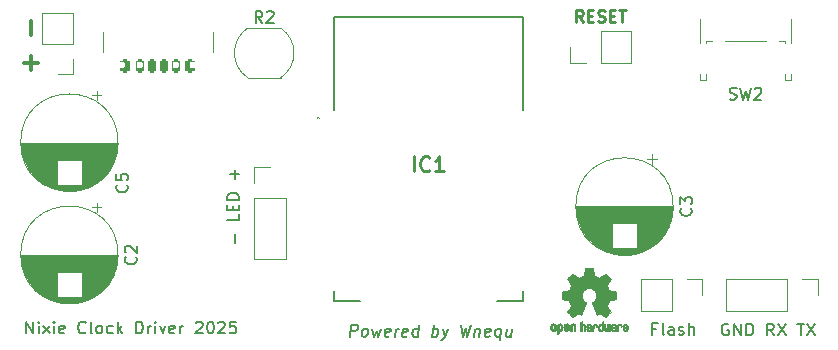
<source format=gto>
G04 #@! TF.GenerationSoftware,KiCad,Pcbnew,8.0.3*
G04 #@! TF.CreationDate,2025-03-14T18:39:27+01:00*
G04 #@! TF.ProjectId,NIXIE_Sterownik,4e495849-455f-4537-9465-726f776e696b,rev?*
G04 #@! TF.SameCoordinates,Original*
G04 #@! TF.FileFunction,Legend,Top*
G04 #@! TF.FilePolarity,Positive*
%FSLAX46Y46*%
G04 Gerber Fmt 4.6, Leading zero omitted, Abs format (unit mm)*
G04 Created by KiCad (PCBNEW 8.0.3) date 2025-03-14 18:39:27*
%MOMM*%
%LPD*%
G01*
G04 APERTURE LIST*
G04 Aperture macros list*
%AMRoundRect*
0 Rectangle with rounded corners*
0 $1 Rounding radius*
0 $2 $3 $4 $5 $6 $7 $8 $9 X,Y pos of 4 corners*
0 Add a 4 corners polygon primitive as box body*
4,1,4,$2,$3,$4,$5,$6,$7,$8,$9,$2,$3,0*
0 Add four circle primitives for the rounded corners*
1,1,$1+$1,$2,$3*
1,1,$1+$1,$4,$5*
1,1,$1+$1,$6,$7*
1,1,$1+$1,$8,$9*
0 Add four rect primitives between the rounded corners*
20,1,$1+$1,$2,$3,$4,$5,0*
20,1,$1+$1,$4,$5,$6,$7,0*
20,1,$1+$1,$6,$7,$8,$9,0*
20,1,$1+$1,$8,$9,$2,$3,0*%
G04 Aperture macros list end*
%ADD10C,0.300000*%
%ADD11C,0.200000*%
%ADD12C,0.250000*%
%ADD13C,0.150000*%
%ADD14C,0.254000*%
%ADD15C,0.120000*%
%ADD16C,0.100000*%
%ADD17C,0.010000*%
%ADD18RoundRect,0.175000X0.175000X0.425000X-0.175000X0.425000X-0.175000X-0.425000X0.175000X-0.425000X0*%
%ADD19RoundRect,0.190000X-0.190000X-0.410000X0.190000X-0.410000X0.190000X0.410000X-0.190000X0.410000X0*%
%ADD20RoundRect,0.200000X-0.200000X-0.400000X0.200000X-0.400000X0.200000X0.400000X-0.200000X0.400000X0*%
%ADD21RoundRect,0.175000X-0.175000X-0.425000X0.175000X-0.425000X0.175000X0.425000X-0.175000X0.425000X0*%
%ADD22RoundRect,0.190000X0.190000X0.410000X-0.190000X0.410000X-0.190000X-0.410000X0.190000X-0.410000X0*%
%ADD23RoundRect,0.200000X0.200000X0.400000X-0.200000X0.400000X-0.200000X-0.400000X0.200000X-0.400000X0*%
%ADD24O,1.100000X1.700000*%
%ADD25C,2.700000*%
%ADD26R,1.700000X1.700000*%
%ADD27O,1.700000X1.700000*%
%ADD28R,1.600000X1.600000*%
%ADD29C,1.600000*%
%ADD30R,2.500000X1.000000*%
%ADD31R,1.000000X1.800000*%
%ADD32C,2.100000*%
%ADD33C,1.750000*%
%ADD34C,0.600000*%
G04 APERTURE END LIST*
D10*
X88270600Y-60445489D02*
X88270600Y-59302632D01*
X87699171Y-59874060D02*
X88842028Y-59874060D01*
X88270600Y-57445489D02*
X88270600Y-56302632D01*
D11*
X147293482Y-81964838D02*
X147198244Y-81917219D01*
X147198244Y-81917219D02*
X147055387Y-81917219D01*
X147055387Y-81917219D02*
X146912530Y-81964838D01*
X146912530Y-81964838D02*
X146817292Y-82060076D01*
X146817292Y-82060076D02*
X146769673Y-82155314D01*
X146769673Y-82155314D02*
X146722054Y-82345790D01*
X146722054Y-82345790D02*
X146722054Y-82488647D01*
X146722054Y-82488647D02*
X146769673Y-82679123D01*
X146769673Y-82679123D02*
X146817292Y-82774361D01*
X146817292Y-82774361D02*
X146912530Y-82869600D01*
X146912530Y-82869600D02*
X147055387Y-82917219D01*
X147055387Y-82917219D02*
X147150625Y-82917219D01*
X147150625Y-82917219D02*
X147293482Y-82869600D01*
X147293482Y-82869600D02*
X147341101Y-82821980D01*
X147341101Y-82821980D02*
X147341101Y-82488647D01*
X147341101Y-82488647D02*
X147150625Y-82488647D01*
X147769673Y-82917219D02*
X147769673Y-81917219D01*
X147769673Y-81917219D02*
X148341101Y-82917219D01*
X148341101Y-82917219D02*
X148341101Y-81917219D01*
X148817292Y-82917219D02*
X148817292Y-81917219D01*
X148817292Y-81917219D02*
X149055387Y-81917219D01*
X149055387Y-81917219D02*
X149198244Y-81964838D01*
X149198244Y-81964838D02*
X149293482Y-82060076D01*
X149293482Y-82060076D02*
X149341101Y-82155314D01*
X149341101Y-82155314D02*
X149388720Y-82345790D01*
X149388720Y-82345790D02*
X149388720Y-82488647D01*
X149388720Y-82488647D02*
X149341101Y-82679123D01*
X149341101Y-82679123D02*
X149293482Y-82774361D01*
X149293482Y-82774361D02*
X149198244Y-82869600D01*
X149198244Y-82869600D02*
X149055387Y-82917219D01*
X149055387Y-82917219D02*
X148817292Y-82917219D01*
X151150625Y-82917219D02*
X150817292Y-82441028D01*
X150579197Y-82917219D02*
X150579197Y-81917219D01*
X150579197Y-81917219D02*
X150960149Y-81917219D01*
X150960149Y-81917219D02*
X151055387Y-81964838D01*
X151055387Y-81964838D02*
X151103006Y-82012457D01*
X151103006Y-82012457D02*
X151150625Y-82107695D01*
X151150625Y-82107695D02*
X151150625Y-82250552D01*
X151150625Y-82250552D02*
X151103006Y-82345790D01*
X151103006Y-82345790D02*
X151055387Y-82393409D01*
X151055387Y-82393409D02*
X150960149Y-82441028D01*
X150960149Y-82441028D02*
X150579197Y-82441028D01*
X151483959Y-81917219D02*
X152150625Y-82917219D01*
X152150625Y-81917219D02*
X151483959Y-82917219D01*
X153150626Y-81917219D02*
X153722054Y-81917219D01*
X153436340Y-82917219D02*
X153436340Y-81917219D01*
X153960150Y-81917219D02*
X154626816Y-82917219D01*
X154626816Y-81917219D02*
X153960150Y-82917219D01*
D12*
X134973996Y-56364619D02*
X134640663Y-55888428D01*
X134402568Y-56364619D02*
X134402568Y-55364619D01*
X134402568Y-55364619D02*
X134783520Y-55364619D01*
X134783520Y-55364619D02*
X134878758Y-55412238D01*
X134878758Y-55412238D02*
X134926377Y-55459857D01*
X134926377Y-55459857D02*
X134973996Y-55555095D01*
X134973996Y-55555095D02*
X134973996Y-55697952D01*
X134973996Y-55697952D02*
X134926377Y-55793190D01*
X134926377Y-55793190D02*
X134878758Y-55840809D01*
X134878758Y-55840809D02*
X134783520Y-55888428D01*
X134783520Y-55888428D02*
X134402568Y-55888428D01*
X135402568Y-55840809D02*
X135735901Y-55840809D01*
X135878758Y-56364619D02*
X135402568Y-56364619D01*
X135402568Y-56364619D02*
X135402568Y-55364619D01*
X135402568Y-55364619D02*
X135878758Y-55364619D01*
X136259711Y-56317000D02*
X136402568Y-56364619D01*
X136402568Y-56364619D02*
X136640663Y-56364619D01*
X136640663Y-56364619D02*
X136735901Y-56317000D01*
X136735901Y-56317000D02*
X136783520Y-56269380D01*
X136783520Y-56269380D02*
X136831139Y-56174142D01*
X136831139Y-56174142D02*
X136831139Y-56078904D01*
X136831139Y-56078904D02*
X136783520Y-55983666D01*
X136783520Y-55983666D02*
X136735901Y-55936047D01*
X136735901Y-55936047D02*
X136640663Y-55888428D01*
X136640663Y-55888428D02*
X136450187Y-55840809D01*
X136450187Y-55840809D02*
X136354949Y-55793190D01*
X136354949Y-55793190D02*
X136307330Y-55745571D01*
X136307330Y-55745571D02*
X136259711Y-55650333D01*
X136259711Y-55650333D02*
X136259711Y-55555095D01*
X136259711Y-55555095D02*
X136307330Y-55459857D01*
X136307330Y-55459857D02*
X136354949Y-55412238D01*
X136354949Y-55412238D02*
X136450187Y-55364619D01*
X136450187Y-55364619D02*
X136688282Y-55364619D01*
X136688282Y-55364619D02*
X136831139Y-55412238D01*
X137259711Y-55840809D02*
X137593044Y-55840809D01*
X137735901Y-56364619D02*
X137259711Y-56364619D01*
X137259711Y-56364619D02*
X137259711Y-55364619D01*
X137259711Y-55364619D02*
X137735901Y-55364619D01*
X138021616Y-55364619D02*
X138593044Y-55364619D01*
X138307330Y-56364619D02*
X138307330Y-55364619D01*
D11*
X105486266Y-75130326D02*
X105486266Y-74368422D01*
X105867219Y-72654136D02*
X105867219Y-73130326D01*
X105867219Y-73130326D02*
X104867219Y-73130326D01*
X105343409Y-72320802D02*
X105343409Y-71987469D01*
X105867219Y-71844612D02*
X105867219Y-72320802D01*
X105867219Y-72320802D02*
X104867219Y-72320802D01*
X104867219Y-72320802D02*
X104867219Y-71844612D01*
X105867219Y-71416040D02*
X104867219Y-71416040D01*
X104867219Y-71416040D02*
X104867219Y-71177945D01*
X104867219Y-71177945D02*
X104914838Y-71035088D01*
X104914838Y-71035088D02*
X105010076Y-70939850D01*
X105010076Y-70939850D02*
X105105314Y-70892231D01*
X105105314Y-70892231D02*
X105295790Y-70844612D01*
X105295790Y-70844612D02*
X105438647Y-70844612D01*
X105438647Y-70844612D02*
X105629123Y-70892231D01*
X105629123Y-70892231D02*
X105724361Y-70939850D01*
X105724361Y-70939850D02*
X105819600Y-71035088D01*
X105819600Y-71035088D02*
X105867219Y-71177945D01*
X105867219Y-71177945D02*
X105867219Y-71416040D01*
X105486266Y-69654135D02*
X105486266Y-68892231D01*
X105867219Y-69273183D02*
X105105314Y-69273183D01*
X87869673Y-82757275D02*
X87869673Y-81757275D01*
X87869673Y-81757275D02*
X88441101Y-82757275D01*
X88441101Y-82757275D02*
X88441101Y-81757275D01*
X88917292Y-82757275D02*
X88917292Y-82090608D01*
X88917292Y-81757275D02*
X88869673Y-81804894D01*
X88869673Y-81804894D02*
X88917292Y-81852513D01*
X88917292Y-81852513D02*
X88964911Y-81804894D01*
X88964911Y-81804894D02*
X88917292Y-81757275D01*
X88917292Y-81757275D02*
X88917292Y-81852513D01*
X89298244Y-82757275D02*
X89822053Y-82090608D01*
X89298244Y-82090608D02*
X89822053Y-82757275D01*
X90203006Y-82757275D02*
X90203006Y-82090608D01*
X90203006Y-81757275D02*
X90155387Y-81804894D01*
X90155387Y-81804894D02*
X90203006Y-81852513D01*
X90203006Y-81852513D02*
X90250625Y-81804894D01*
X90250625Y-81804894D02*
X90203006Y-81757275D01*
X90203006Y-81757275D02*
X90203006Y-81852513D01*
X91060148Y-82709656D02*
X90964910Y-82757275D01*
X90964910Y-82757275D02*
X90774434Y-82757275D01*
X90774434Y-82757275D02*
X90679196Y-82709656D01*
X90679196Y-82709656D02*
X90631577Y-82614417D01*
X90631577Y-82614417D02*
X90631577Y-82233465D01*
X90631577Y-82233465D02*
X90679196Y-82138227D01*
X90679196Y-82138227D02*
X90774434Y-82090608D01*
X90774434Y-82090608D02*
X90964910Y-82090608D01*
X90964910Y-82090608D02*
X91060148Y-82138227D01*
X91060148Y-82138227D02*
X91107767Y-82233465D01*
X91107767Y-82233465D02*
X91107767Y-82328703D01*
X91107767Y-82328703D02*
X90631577Y-82423941D01*
X92869672Y-82662036D02*
X92822053Y-82709656D01*
X92822053Y-82709656D02*
X92679196Y-82757275D01*
X92679196Y-82757275D02*
X92583958Y-82757275D01*
X92583958Y-82757275D02*
X92441101Y-82709656D01*
X92441101Y-82709656D02*
X92345863Y-82614417D01*
X92345863Y-82614417D02*
X92298244Y-82519179D01*
X92298244Y-82519179D02*
X92250625Y-82328703D01*
X92250625Y-82328703D02*
X92250625Y-82185846D01*
X92250625Y-82185846D02*
X92298244Y-81995370D01*
X92298244Y-81995370D02*
X92345863Y-81900132D01*
X92345863Y-81900132D02*
X92441101Y-81804894D01*
X92441101Y-81804894D02*
X92583958Y-81757275D01*
X92583958Y-81757275D02*
X92679196Y-81757275D01*
X92679196Y-81757275D02*
X92822053Y-81804894D01*
X92822053Y-81804894D02*
X92869672Y-81852513D01*
X93441101Y-82757275D02*
X93345863Y-82709656D01*
X93345863Y-82709656D02*
X93298244Y-82614417D01*
X93298244Y-82614417D02*
X93298244Y-81757275D01*
X93964911Y-82757275D02*
X93869673Y-82709656D01*
X93869673Y-82709656D02*
X93822054Y-82662036D01*
X93822054Y-82662036D02*
X93774435Y-82566798D01*
X93774435Y-82566798D02*
X93774435Y-82281084D01*
X93774435Y-82281084D02*
X93822054Y-82185846D01*
X93822054Y-82185846D02*
X93869673Y-82138227D01*
X93869673Y-82138227D02*
X93964911Y-82090608D01*
X93964911Y-82090608D02*
X94107768Y-82090608D01*
X94107768Y-82090608D02*
X94203006Y-82138227D01*
X94203006Y-82138227D02*
X94250625Y-82185846D01*
X94250625Y-82185846D02*
X94298244Y-82281084D01*
X94298244Y-82281084D02*
X94298244Y-82566798D01*
X94298244Y-82566798D02*
X94250625Y-82662036D01*
X94250625Y-82662036D02*
X94203006Y-82709656D01*
X94203006Y-82709656D02*
X94107768Y-82757275D01*
X94107768Y-82757275D02*
X93964911Y-82757275D01*
X95155387Y-82709656D02*
X95060149Y-82757275D01*
X95060149Y-82757275D02*
X94869673Y-82757275D01*
X94869673Y-82757275D02*
X94774435Y-82709656D01*
X94774435Y-82709656D02*
X94726816Y-82662036D01*
X94726816Y-82662036D02*
X94679197Y-82566798D01*
X94679197Y-82566798D02*
X94679197Y-82281084D01*
X94679197Y-82281084D02*
X94726816Y-82185846D01*
X94726816Y-82185846D02*
X94774435Y-82138227D01*
X94774435Y-82138227D02*
X94869673Y-82090608D01*
X94869673Y-82090608D02*
X95060149Y-82090608D01*
X95060149Y-82090608D02*
X95155387Y-82138227D01*
X95583959Y-82757275D02*
X95583959Y-81757275D01*
X95679197Y-82376322D02*
X95964911Y-82757275D01*
X95964911Y-82090608D02*
X95583959Y-82471560D01*
X97155388Y-82757275D02*
X97155388Y-81757275D01*
X97155388Y-81757275D02*
X97393483Y-81757275D01*
X97393483Y-81757275D02*
X97536340Y-81804894D01*
X97536340Y-81804894D02*
X97631578Y-81900132D01*
X97631578Y-81900132D02*
X97679197Y-81995370D01*
X97679197Y-81995370D02*
X97726816Y-82185846D01*
X97726816Y-82185846D02*
X97726816Y-82328703D01*
X97726816Y-82328703D02*
X97679197Y-82519179D01*
X97679197Y-82519179D02*
X97631578Y-82614417D01*
X97631578Y-82614417D02*
X97536340Y-82709656D01*
X97536340Y-82709656D02*
X97393483Y-82757275D01*
X97393483Y-82757275D02*
X97155388Y-82757275D01*
X98155388Y-82757275D02*
X98155388Y-82090608D01*
X98155388Y-82281084D02*
X98203007Y-82185846D01*
X98203007Y-82185846D02*
X98250626Y-82138227D01*
X98250626Y-82138227D02*
X98345864Y-82090608D01*
X98345864Y-82090608D02*
X98441102Y-82090608D01*
X98774436Y-82757275D02*
X98774436Y-82090608D01*
X98774436Y-81757275D02*
X98726817Y-81804894D01*
X98726817Y-81804894D02*
X98774436Y-81852513D01*
X98774436Y-81852513D02*
X98822055Y-81804894D01*
X98822055Y-81804894D02*
X98774436Y-81757275D01*
X98774436Y-81757275D02*
X98774436Y-81852513D01*
X99155388Y-82090608D02*
X99393483Y-82757275D01*
X99393483Y-82757275D02*
X99631578Y-82090608D01*
X100393483Y-82709656D02*
X100298245Y-82757275D01*
X100298245Y-82757275D02*
X100107769Y-82757275D01*
X100107769Y-82757275D02*
X100012531Y-82709656D01*
X100012531Y-82709656D02*
X99964912Y-82614417D01*
X99964912Y-82614417D02*
X99964912Y-82233465D01*
X99964912Y-82233465D02*
X100012531Y-82138227D01*
X100012531Y-82138227D02*
X100107769Y-82090608D01*
X100107769Y-82090608D02*
X100298245Y-82090608D01*
X100298245Y-82090608D02*
X100393483Y-82138227D01*
X100393483Y-82138227D02*
X100441102Y-82233465D01*
X100441102Y-82233465D02*
X100441102Y-82328703D01*
X100441102Y-82328703D02*
X99964912Y-82423941D01*
X100869674Y-82757275D02*
X100869674Y-82090608D01*
X100869674Y-82281084D02*
X100917293Y-82185846D01*
X100917293Y-82185846D02*
X100964912Y-82138227D01*
X100964912Y-82138227D02*
X101060150Y-82090608D01*
X101060150Y-82090608D02*
X101155388Y-82090608D01*
X102203008Y-81852513D02*
X102250627Y-81804894D01*
X102250627Y-81804894D02*
X102345865Y-81757275D01*
X102345865Y-81757275D02*
X102583960Y-81757275D01*
X102583960Y-81757275D02*
X102679198Y-81804894D01*
X102679198Y-81804894D02*
X102726817Y-81852513D01*
X102726817Y-81852513D02*
X102774436Y-81947751D01*
X102774436Y-81947751D02*
X102774436Y-82042989D01*
X102774436Y-82042989D02*
X102726817Y-82185846D01*
X102726817Y-82185846D02*
X102155389Y-82757275D01*
X102155389Y-82757275D02*
X102774436Y-82757275D01*
X103393484Y-81757275D02*
X103488722Y-81757275D01*
X103488722Y-81757275D02*
X103583960Y-81804894D01*
X103583960Y-81804894D02*
X103631579Y-81852513D01*
X103631579Y-81852513D02*
X103679198Y-81947751D01*
X103679198Y-81947751D02*
X103726817Y-82138227D01*
X103726817Y-82138227D02*
X103726817Y-82376322D01*
X103726817Y-82376322D02*
X103679198Y-82566798D01*
X103679198Y-82566798D02*
X103631579Y-82662036D01*
X103631579Y-82662036D02*
X103583960Y-82709656D01*
X103583960Y-82709656D02*
X103488722Y-82757275D01*
X103488722Y-82757275D02*
X103393484Y-82757275D01*
X103393484Y-82757275D02*
X103298246Y-82709656D01*
X103298246Y-82709656D02*
X103250627Y-82662036D01*
X103250627Y-82662036D02*
X103203008Y-82566798D01*
X103203008Y-82566798D02*
X103155389Y-82376322D01*
X103155389Y-82376322D02*
X103155389Y-82138227D01*
X103155389Y-82138227D02*
X103203008Y-81947751D01*
X103203008Y-81947751D02*
X103250627Y-81852513D01*
X103250627Y-81852513D02*
X103298246Y-81804894D01*
X103298246Y-81804894D02*
X103393484Y-81757275D01*
X104107770Y-81852513D02*
X104155389Y-81804894D01*
X104155389Y-81804894D02*
X104250627Y-81757275D01*
X104250627Y-81757275D02*
X104488722Y-81757275D01*
X104488722Y-81757275D02*
X104583960Y-81804894D01*
X104583960Y-81804894D02*
X104631579Y-81852513D01*
X104631579Y-81852513D02*
X104679198Y-81947751D01*
X104679198Y-81947751D02*
X104679198Y-82042989D01*
X104679198Y-82042989D02*
X104631579Y-82185846D01*
X104631579Y-82185846D02*
X104060151Y-82757275D01*
X104060151Y-82757275D02*
X104679198Y-82757275D01*
X105583960Y-81757275D02*
X105107770Y-81757275D01*
X105107770Y-81757275D02*
X105060151Y-82233465D01*
X105060151Y-82233465D02*
X105107770Y-82185846D01*
X105107770Y-82185846D02*
X105203008Y-82138227D01*
X105203008Y-82138227D02*
X105441103Y-82138227D01*
X105441103Y-82138227D02*
X105536341Y-82185846D01*
X105536341Y-82185846D02*
X105583960Y-82233465D01*
X105583960Y-82233465D02*
X105631579Y-82328703D01*
X105631579Y-82328703D02*
X105631579Y-82566798D01*
X105631579Y-82566798D02*
X105583960Y-82662036D01*
X105583960Y-82662036D02*
X105536341Y-82709656D01*
X105536341Y-82709656D02*
X105441103Y-82757275D01*
X105441103Y-82757275D02*
X105203008Y-82757275D01*
X105203008Y-82757275D02*
X105107770Y-82709656D01*
X105107770Y-82709656D02*
X105060151Y-82662036D01*
X141203006Y-82343409D02*
X140869673Y-82343409D01*
X140869673Y-82867219D02*
X140869673Y-81867219D01*
X140869673Y-81867219D02*
X141345863Y-81867219D01*
X141869673Y-82867219D02*
X141774435Y-82819600D01*
X141774435Y-82819600D02*
X141726816Y-82724361D01*
X141726816Y-82724361D02*
X141726816Y-81867219D01*
X142679197Y-82867219D02*
X142679197Y-82343409D01*
X142679197Y-82343409D02*
X142631578Y-82248171D01*
X142631578Y-82248171D02*
X142536340Y-82200552D01*
X142536340Y-82200552D02*
X142345864Y-82200552D01*
X142345864Y-82200552D02*
X142250626Y-82248171D01*
X142679197Y-82819600D02*
X142583959Y-82867219D01*
X142583959Y-82867219D02*
X142345864Y-82867219D01*
X142345864Y-82867219D02*
X142250626Y-82819600D01*
X142250626Y-82819600D02*
X142203007Y-82724361D01*
X142203007Y-82724361D02*
X142203007Y-82629123D01*
X142203007Y-82629123D02*
X142250626Y-82533885D01*
X142250626Y-82533885D02*
X142345864Y-82486266D01*
X142345864Y-82486266D02*
X142583959Y-82486266D01*
X142583959Y-82486266D02*
X142679197Y-82438647D01*
X143107769Y-82819600D02*
X143203007Y-82867219D01*
X143203007Y-82867219D02*
X143393483Y-82867219D01*
X143393483Y-82867219D02*
X143488721Y-82819600D01*
X143488721Y-82819600D02*
X143536340Y-82724361D01*
X143536340Y-82724361D02*
X143536340Y-82676742D01*
X143536340Y-82676742D02*
X143488721Y-82581504D01*
X143488721Y-82581504D02*
X143393483Y-82533885D01*
X143393483Y-82533885D02*
X143250626Y-82533885D01*
X143250626Y-82533885D02*
X143155388Y-82486266D01*
X143155388Y-82486266D02*
X143107769Y-82391028D01*
X143107769Y-82391028D02*
X143107769Y-82343409D01*
X143107769Y-82343409D02*
X143155388Y-82248171D01*
X143155388Y-82248171D02*
X143250626Y-82200552D01*
X143250626Y-82200552D02*
X143393483Y-82200552D01*
X143393483Y-82200552D02*
X143488721Y-82248171D01*
X143964912Y-82867219D02*
X143964912Y-81867219D01*
X144393483Y-82867219D02*
X144393483Y-82343409D01*
X144393483Y-82343409D02*
X144345864Y-82248171D01*
X144345864Y-82248171D02*
X144250626Y-82200552D01*
X144250626Y-82200552D02*
X144107769Y-82200552D01*
X144107769Y-82200552D02*
X144012531Y-82248171D01*
X144012531Y-82248171D02*
X143964912Y-82295790D01*
X115263720Y-83017219D02*
X115388720Y-82017219D01*
X115388720Y-82017219D02*
X115769673Y-82017219D01*
X115769673Y-82017219D02*
X115858958Y-82064838D01*
X115858958Y-82064838D02*
X115900625Y-82112457D01*
X115900625Y-82112457D02*
X115936339Y-82207695D01*
X115936339Y-82207695D02*
X115918482Y-82350552D01*
X115918482Y-82350552D02*
X115858958Y-82445790D01*
X115858958Y-82445790D02*
X115805387Y-82493409D01*
X115805387Y-82493409D02*
X115704197Y-82541028D01*
X115704197Y-82541028D02*
X115323244Y-82541028D01*
X116406578Y-83017219D02*
X116317292Y-82969600D01*
X116317292Y-82969600D02*
X116275625Y-82921980D01*
X116275625Y-82921980D02*
X116239911Y-82826742D01*
X116239911Y-82826742D02*
X116275625Y-82541028D01*
X116275625Y-82541028D02*
X116335149Y-82445790D01*
X116335149Y-82445790D02*
X116388720Y-82398171D01*
X116388720Y-82398171D02*
X116489911Y-82350552D01*
X116489911Y-82350552D02*
X116632768Y-82350552D01*
X116632768Y-82350552D02*
X116722054Y-82398171D01*
X116722054Y-82398171D02*
X116763720Y-82445790D01*
X116763720Y-82445790D02*
X116799435Y-82541028D01*
X116799435Y-82541028D02*
X116763720Y-82826742D01*
X116763720Y-82826742D02*
X116704197Y-82921980D01*
X116704197Y-82921980D02*
X116650625Y-82969600D01*
X116650625Y-82969600D02*
X116549435Y-83017219D01*
X116549435Y-83017219D02*
X116406578Y-83017219D01*
X117156578Y-82350552D02*
X117263720Y-83017219D01*
X117263720Y-83017219D02*
X117513720Y-82541028D01*
X117513720Y-82541028D02*
X117644673Y-83017219D01*
X117644673Y-83017219D02*
X117918482Y-82350552D01*
X118603006Y-82969600D02*
X118501816Y-83017219D01*
X118501816Y-83017219D02*
X118311339Y-83017219D01*
X118311339Y-83017219D02*
X118222054Y-82969600D01*
X118222054Y-82969600D02*
X118186339Y-82874361D01*
X118186339Y-82874361D02*
X118233959Y-82493409D01*
X118233959Y-82493409D02*
X118293482Y-82398171D01*
X118293482Y-82398171D02*
X118394673Y-82350552D01*
X118394673Y-82350552D02*
X118585149Y-82350552D01*
X118585149Y-82350552D02*
X118674435Y-82398171D01*
X118674435Y-82398171D02*
X118710149Y-82493409D01*
X118710149Y-82493409D02*
X118698244Y-82588647D01*
X118698244Y-82588647D02*
X118210149Y-82683885D01*
X119073244Y-83017219D02*
X119156578Y-82350552D01*
X119132768Y-82541028D02*
X119192292Y-82445790D01*
X119192292Y-82445790D02*
X119245863Y-82398171D01*
X119245863Y-82398171D02*
X119347054Y-82350552D01*
X119347054Y-82350552D02*
X119442292Y-82350552D01*
X120079197Y-82969600D02*
X119978007Y-83017219D01*
X119978007Y-83017219D02*
X119787530Y-83017219D01*
X119787530Y-83017219D02*
X119698245Y-82969600D01*
X119698245Y-82969600D02*
X119662530Y-82874361D01*
X119662530Y-82874361D02*
X119710150Y-82493409D01*
X119710150Y-82493409D02*
X119769673Y-82398171D01*
X119769673Y-82398171D02*
X119870864Y-82350552D01*
X119870864Y-82350552D02*
X120061340Y-82350552D01*
X120061340Y-82350552D02*
X120150626Y-82398171D01*
X120150626Y-82398171D02*
X120186340Y-82493409D01*
X120186340Y-82493409D02*
X120174435Y-82588647D01*
X120174435Y-82588647D02*
X119686340Y-82683885D01*
X120978007Y-83017219D02*
X121103007Y-82017219D01*
X120983959Y-82969600D02*
X120882769Y-83017219D01*
X120882769Y-83017219D02*
X120692293Y-83017219D01*
X120692293Y-83017219D02*
X120603007Y-82969600D01*
X120603007Y-82969600D02*
X120561340Y-82921980D01*
X120561340Y-82921980D02*
X120525626Y-82826742D01*
X120525626Y-82826742D02*
X120561340Y-82541028D01*
X120561340Y-82541028D02*
X120620864Y-82445790D01*
X120620864Y-82445790D02*
X120674435Y-82398171D01*
X120674435Y-82398171D02*
X120775626Y-82350552D01*
X120775626Y-82350552D02*
X120966102Y-82350552D01*
X120966102Y-82350552D02*
X121055388Y-82398171D01*
X122216102Y-83017219D02*
X122341102Y-82017219D01*
X122293483Y-82398171D02*
X122394674Y-82350552D01*
X122394674Y-82350552D02*
X122585150Y-82350552D01*
X122585150Y-82350552D02*
X122674436Y-82398171D01*
X122674436Y-82398171D02*
X122716102Y-82445790D01*
X122716102Y-82445790D02*
X122751817Y-82541028D01*
X122751817Y-82541028D02*
X122716102Y-82826742D01*
X122716102Y-82826742D02*
X122656579Y-82921980D01*
X122656579Y-82921980D02*
X122603007Y-82969600D01*
X122603007Y-82969600D02*
X122501817Y-83017219D01*
X122501817Y-83017219D02*
X122311340Y-83017219D01*
X122311340Y-83017219D02*
X122222055Y-82969600D01*
X123108960Y-82350552D02*
X123263722Y-83017219D01*
X123585150Y-82350552D02*
X123263722Y-83017219D01*
X123263722Y-83017219D02*
X123138722Y-83255314D01*
X123138722Y-83255314D02*
X123085150Y-83302933D01*
X123085150Y-83302933D02*
X122983960Y-83350552D01*
X124674436Y-82017219D02*
X124787532Y-83017219D01*
X124787532Y-83017219D02*
X125067293Y-82302933D01*
X125067293Y-82302933D02*
X125168484Y-83017219D01*
X125168484Y-83017219D02*
X125531579Y-82017219D01*
X125870865Y-82350552D02*
X125787531Y-83017219D01*
X125858960Y-82445790D02*
X125912531Y-82398171D01*
X125912531Y-82398171D02*
X126013722Y-82350552D01*
X126013722Y-82350552D02*
X126156579Y-82350552D01*
X126156579Y-82350552D02*
X126245865Y-82398171D01*
X126245865Y-82398171D02*
X126281579Y-82493409D01*
X126281579Y-82493409D02*
X126216103Y-83017219D01*
X127079198Y-82969600D02*
X126978008Y-83017219D01*
X126978008Y-83017219D02*
X126787531Y-83017219D01*
X126787531Y-83017219D02*
X126698246Y-82969600D01*
X126698246Y-82969600D02*
X126662531Y-82874361D01*
X126662531Y-82874361D02*
X126710151Y-82493409D01*
X126710151Y-82493409D02*
X126769674Y-82398171D01*
X126769674Y-82398171D02*
X126870865Y-82350552D01*
X126870865Y-82350552D02*
X127061341Y-82350552D01*
X127061341Y-82350552D02*
X127150627Y-82398171D01*
X127150627Y-82398171D02*
X127186341Y-82493409D01*
X127186341Y-82493409D02*
X127174436Y-82588647D01*
X127174436Y-82588647D02*
X126686341Y-82683885D01*
X128061341Y-82350552D02*
X127936341Y-83350552D01*
X127983960Y-82969600D02*
X127882770Y-83017219D01*
X127882770Y-83017219D02*
X127692294Y-83017219D01*
X127692294Y-83017219D02*
X127603008Y-82969600D01*
X127603008Y-82969600D02*
X127561341Y-82921980D01*
X127561341Y-82921980D02*
X127525627Y-82826742D01*
X127525627Y-82826742D02*
X127561341Y-82541028D01*
X127561341Y-82541028D02*
X127620865Y-82445790D01*
X127620865Y-82445790D02*
X127674436Y-82398171D01*
X127674436Y-82398171D02*
X127775627Y-82350552D01*
X127775627Y-82350552D02*
X127966103Y-82350552D01*
X127966103Y-82350552D02*
X128055389Y-82398171D01*
X128966103Y-82350552D02*
X128882770Y-83017219D01*
X128537532Y-82350552D02*
X128472056Y-82874361D01*
X128472056Y-82874361D02*
X128507770Y-82969600D01*
X128507770Y-82969600D02*
X128597056Y-83017219D01*
X128597056Y-83017219D02*
X128739913Y-83017219D01*
X128739913Y-83017219D02*
X128841103Y-82969600D01*
X128841103Y-82969600D02*
X128894675Y-82921980D01*
D13*
X144109580Y-72166666D02*
X144157200Y-72214285D01*
X144157200Y-72214285D02*
X144204819Y-72357142D01*
X144204819Y-72357142D02*
X144204819Y-72452380D01*
X144204819Y-72452380D02*
X144157200Y-72595237D01*
X144157200Y-72595237D02*
X144061961Y-72690475D01*
X144061961Y-72690475D02*
X143966723Y-72738094D01*
X143966723Y-72738094D02*
X143776247Y-72785713D01*
X143776247Y-72785713D02*
X143633390Y-72785713D01*
X143633390Y-72785713D02*
X143442914Y-72738094D01*
X143442914Y-72738094D02*
X143347676Y-72690475D01*
X143347676Y-72690475D02*
X143252438Y-72595237D01*
X143252438Y-72595237D02*
X143204819Y-72452380D01*
X143204819Y-72452380D02*
X143204819Y-72357142D01*
X143204819Y-72357142D02*
X143252438Y-72214285D01*
X143252438Y-72214285D02*
X143300057Y-72166666D01*
X143204819Y-71833332D02*
X143204819Y-71214285D01*
X143204819Y-71214285D02*
X143585771Y-71547618D01*
X143585771Y-71547618D02*
X143585771Y-71404761D01*
X143585771Y-71404761D02*
X143633390Y-71309523D01*
X143633390Y-71309523D02*
X143681009Y-71261904D01*
X143681009Y-71261904D02*
X143776247Y-71214285D01*
X143776247Y-71214285D02*
X144014342Y-71214285D01*
X144014342Y-71214285D02*
X144109580Y-71261904D01*
X144109580Y-71261904D02*
X144157200Y-71309523D01*
X144157200Y-71309523D02*
X144204819Y-71404761D01*
X144204819Y-71404761D02*
X144204819Y-71690475D01*
X144204819Y-71690475D02*
X144157200Y-71785713D01*
X144157200Y-71785713D02*
X144109580Y-71833332D01*
D14*
X120660237Y-69024318D02*
X120660237Y-67754318D01*
X121990714Y-68903365D02*
X121930238Y-68963842D01*
X121930238Y-68963842D02*
X121748809Y-69024318D01*
X121748809Y-69024318D02*
X121627857Y-69024318D01*
X121627857Y-69024318D02*
X121446428Y-68963842D01*
X121446428Y-68963842D02*
X121325476Y-68842889D01*
X121325476Y-68842889D02*
X121264999Y-68721937D01*
X121264999Y-68721937D02*
X121204523Y-68480032D01*
X121204523Y-68480032D02*
X121204523Y-68298603D01*
X121204523Y-68298603D02*
X121264999Y-68056699D01*
X121264999Y-68056699D02*
X121325476Y-67935746D01*
X121325476Y-67935746D02*
X121446428Y-67814794D01*
X121446428Y-67814794D02*
X121627857Y-67754318D01*
X121627857Y-67754318D02*
X121748809Y-67754318D01*
X121748809Y-67754318D02*
X121930238Y-67814794D01*
X121930238Y-67814794D02*
X121990714Y-67875270D01*
X123200238Y-69024318D02*
X122474523Y-69024318D01*
X122837380Y-69024318D02*
X122837380Y-67754318D01*
X122837380Y-67754318D02*
X122716428Y-67935746D01*
X122716428Y-67935746D02*
X122595476Y-68056699D01*
X122595476Y-68056699D02*
X122474523Y-68117175D01*
D13*
X147416667Y-62907200D02*
X147559524Y-62954819D01*
X147559524Y-62954819D02*
X147797619Y-62954819D01*
X147797619Y-62954819D02*
X147892857Y-62907200D01*
X147892857Y-62907200D02*
X147940476Y-62859580D01*
X147940476Y-62859580D02*
X147988095Y-62764342D01*
X147988095Y-62764342D02*
X147988095Y-62669104D01*
X147988095Y-62669104D02*
X147940476Y-62573866D01*
X147940476Y-62573866D02*
X147892857Y-62526247D01*
X147892857Y-62526247D02*
X147797619Y-62478628D01*
X147797619Y-62478628D02*
X147607143Y-62431009D01*
X147607143Y-62431009D02*
X147511905Y-62383390D01*
X147511905Y-62383390D02*
X147464286Y-62335771D01*
X147464286Y-62335771D02*
X147416667Y-62240533D01*
X147416667Y-62240533D02*
X147416667Y-62145295D01*
X147416667Y-62145295D02*
X147464286Y-62050057D01*
X147464286Y-62050057D02*
X147511905Y-62002438D01*
X147511905Y-62002438D02*
X147607143Y-61954819D01*
X147607143Y-61954819D02*
X147845238Y-61954819D01*
X147845238Y-61954819D02*
X147988095Y-62002438D01*
X148321429Y-61954819D02*
X148559524Y-62954819D01*
X148559524Y-62954819D02*
X148750000Y-62240533D01*
X148750000Y-62240533D02*
X148940476Y-62954819D01*
X148940476Y-62954819D02*
X149178572Y-61954819D01*
X149511905Y-62050057D02*
X149559524Y-62002438D01*
X149559524Y-62002438D02*
X149654762Y-61954819D01*
X149654762Y-61954819D02*
X149892857Y-61954819D01*
X149892857Y-61954819D02*
X149988095Y-62002438D01*
X149988095Y-62002438D02*
X150035714Y-62050057D01*
X150035714Y-62050057D02*
X150083333Y-62145295D01*
X150083333Y-62145295D02*
X150083333Y-62240533D01*
X150083333Y-62240533D02*
X150035714Y-62383390D01*
X150035714Y-62383390D02*
X149464286Y-62954819D01*
X149464286Y-62954819D02*
X150083333Y-62954819D01*
X96359580Y-70166666D02*
X96407200Y-70214285D01*
X96407200Y-70214285D02*
X96454819Y-70357142D01*
X96454819Y-70357142D02*
X96454819Y-70452380D01*
X96454819Y-70452380D02*
X96407200Y-70595237D01*
X96407200Y-70595237D02*
X96311961Y-70690475D01*
X96311961Y-70690475D02*
X96216723Y-70738094D01*
X96216723Y-70738094D02*
X96026247Y-70785713D01*
X96026247Y-70785713D02*
X95883390Y-70785713D01*
X95883390Y-70785713D02*
X95692914Y-70738094D01*
X95692914Y-70738094D02*
X95597676Y-70690475D01*
X95597676Y-70690475D02*
X95502438Y-70595237D01*
X95502438Y-70595237D02*
X95454819Y-70452380D01*
X95454819Y-70452380D02*
X95454819Y-70357142D01*
X95454819Y-70357142D02*
X95502438Y-70214285D01*
X95502438Y-70214285D02*
X95550057Y-70166666D01*
X95454819Y-69261904D02*
X95454819Y-69738094D01*
X95454819Y-69738094D02*
X95931009Y-69785713D01*
X95931009Y-69785713D02*
X95883390Y-69738094D01*
X95883390Y-69738094D02*
X95835771Y-69642856D01*
X95835771Y-69642856D02*
X95835771Y-69404761D01*
X95835771Y-69404761D02*
X95883390Y-69309523D01*
X95883390Y-69309523D02*
X95931009Y-69261904D01*
X95931009Y-69261904D02*
X96026247Y-69214285D01*
X96026247Y-69214285D02*
X96264342Y-69214285D01*
X96264342Y-69214285D02*
X96359580Y-69261904D01*
X96359580Y-69261904D02*
X96407200Y-69309523D01*
X96407200Y-69309523D02*
X96454819Y-69404761D01*
X96454819Y-69404761D02*
X96454819Y-69642856D01*
X96454819Y-69642856D02*
X96407200Y-69738094D01*
X96407200Y-69738094D02*
X96359580Y-69785713D01*
X107833333Y-56454819D02*
X107500000Y-55978628D01*
X107261905Y-56454819D02*
X107261905Y-55454819D01*
X107261905Y-55454819D02*
X107642857Y-55454819D01*
X107642857Y-55454819D02*
X107738095Y-55502438D01*
X107738095Y-55502438D02*
X107785714Y-55550057D01*
X107785714Y-55550057D02*
X107833333Y-55645295D01*
X107833333Y-55645295D02*
X107833333Y-55788152D01*
X107833333Y-55788152D02*
X107785714Y-55883390D01*
X107785714Y-55883390D02*
X107738095Y-55931009D01*
X107738095Y-55931009D02*
X107642857Y-55978628D01*
X107642857Y-55978628D02*
X107261905Y-55978628D01*
X108214286Y-55550057D02*
X108261905Y-55502438D01*
X108261905Y-55502438D02*
X108357143Y-55454819D01*
X108357143Y-55454819D02*
X108595238Y-55454819D01*
X108595238Y-55454819D02*
X108690476Y-55502438D01*
X108690476Y-55502438D02*
X108738095Y-55550057D01*
X108738095Y-55550057D02*
X108785714Y-55645295D01*
X108785714Y-55645295D02*
X108785714Y-55740533D01*
X108785714Y-55740533D02*
X108738095Y-55883390D01*
X108738095Y-55883390D02*
X108166667Y-56454819D01*
X108166667Y-56454819D02*
X108785714Y-56454819D01*
X97109580Y-76264015D02*
X97157200Y-76311634D01*
X97157200Y-76311634D02*
X97204819Y-76454491D01*
X97204819Y-76454491D02*
X97204819Y-76549729D01*
X97204819Y-76549729D02*
X97157200Y-76692586D01*
X97157200Y-76692586D02*
X97061961Y-76787824D01*
X97061961Y-76787824D02*
X96966723Y-76835443D01*
X96966723Y-76835443D02*
X96776247Y-76883062D01*
X96776247Y-76883062D02*
X96633390Y-76883062D01*
X96633390Y-76883062D02*
X96442914Y-76835443D01*
X96442914Y-76835443D02*
X96347676Y-76787824D01*
X96347676Y-76787824D02*
X96252438Y-76692586D01*
X96252438Y-76692586D02*
X96204819Y-76549729D01*
X96204819Y-76549729D02*
X96204819Y-76454491D01*
X96204819Y-76454491D02*
X96252438Y-76311634D01*
X96252438Y-76311634D02*
X96300057Y-76264015D01*
X96300057Y-75883062D02*
X96252438Y-75835443D01*
X96252438Y-75835443D02*
X96204819Y-75740205D01*
X96204819Y-75740205D02*
X96204819Y-75502110D01*
X96204819Y-75502110D02*
X96252438Y-75406872D01*
X96252438Y-75406872D02*
X96300057Y-75359253D01*
X96300057Y-75359253D02*
X96395295Y-75311634D01*
X96395295Y-75311634D02*
X96490533Y-75311634D01*
X96490533Y-75311634D02*
X96633390Y-75359253D01*
X96633390Y-75359253D02*
X97204819Y-75930681D01*
X97204819Y-75930681D02*
X97204819Y-75311634D01*
D15*
X94330000Y-57250000D02*
X94330000Y-58950000D01*
X103670000Y-57250000D02*
X103670000Y-58950000D01*
X107170000Y-68670000D02*
X108500000Y-68670000D01*
X107170000Y-70000000D02*
X107170000Y-68670000D01*
X107170000Y-71270000D02*
X107170000Y-76410000D01*
X107170000Y-71270000D02*
X109830000Y-71270000D01*
X107170000Y-76410000D02*
X109830000Y-76410000D01*
X109830000Y-71270000D02*
X109830000Y-76410000D01*
X89170000Y-58230000D02*
X89170000Y-55630000D01*
X91830000Y-55630000D02*
X89170000Y-55630000D01*
X91830000Y-58230000D02*
X89170000Y-58230000D01*
X91830000Y-58230000D02*
X91830000Y-55630000D01*
X91830000Y-59500000D02*
X91830000Y-60830000D01*
X91830000Y-60830000D02*
X90500000Y-60830000D01*
X147130000Y-78170000D02*
X147130000Y-80830000D01*
X152270000Y-78170000D02*
X147130000Y-78170000D01*
X152270000Y-78170000D02*
X152270000Y-80830000D01*
X152270000Y-80830000D02*
X147130000Y-80830000D01*
X153540000Y-78170000D02*
X154870000Y-78170000D01*
X154870000Y-78170000D02*
X154870000Y-79500000D01*
X139905000Y-78170000D02*
X139905000Y-80830000D01*
X142505000Y-78170000D02*
X139905000Y-78170000D01*
X142505000Y-78170000D02*
X142505000Y-80830000D01*
X142505000Y-80830000D02*
X139905000Y-80830000D01*
X143775000Y-78170000D02*
X145105000Y-78170000D01*
X145105000Y-78170000D02*
X145105000Y-79500000D01*
X137460000Y-73481000D02*
X134695000Y-73481000D01*
X137460000Y-73521000D02*
X134710000Y-73521000D01*
X137460000Y-73561000D02*
X134726000Y-73561000D01*
X137460000Y-73601000D02*
X134743000Y-73601000D01*
X137460000Y-73641000D02*
X134760000Y-73641000D01*
X137460000Y-73681000D02*
X134778000Y-73681000D01*
X137460000Y-73721000D02*
X134796000Y-73721000D01*
X137460000Y-73761000D02*
X134814000Y-73761000D01*
X137460000Y-73801000D02*
X134834000Y-73801000D01*
X137460000Y-73841000D02*
X134853000Y-73841000D01*
X137460000Y-73881000D02*
X134873000Y-73881000D01*
X137460000Y-73921000D02*
X134894000Y-73921000D01*
X137460000Y-73961000D02*
X134916000Y-73961000D01*
X137460000Y-74001000D02*
X134938000Y-74001000D01*
X137460000Y-74041000D02*
X134960000Y-74041000D01*
X137460000Y-74081000D02*
X134983000Y-74081000D01*
X137460000Y-74121000D02*
X135007000Y-74121000D01*
X137460000Y-74161000D02*
X135031000Y-74161000D01*
X137460000Y-74201000D02*
X135056000Y-74201000D01*
X137460000Y-74241000D02*
X135082000Y-74241000D01*
X137460000Y-74281000D02*
X135108000Y-74281000D01*
X137460000Y-74321000D02*
X135135000Y-74321000D01*
X137460000Y-74361000D02*
X135162000Y-74361000D01*
X137460000Y-74401000D02*
X135191000Y-74401000D01*
X137460000Y-74441000D02*
X135220000Y-74441000D01*
X137460000Y-74481000D02*
X135250000Y-74481000D01*
X137460000Y-74521000D02*
X135280000Y-74521000D01*
X137460000Y-74561000D02*
X135311000Y-74561000D01*
X137460000Y-74601000D02*
X135344000Y-74601000D01*
X137460000Y-74641000D02*
X135376000Y-74641000D01*
X137460000Y-74681000D02*
X135410000Y-74681000D01*
X137460000Y-74721000D02*
X135445000Y-74721000D01*
X137460000Y-74761000D02*
X135481000Y-74761000D01*
X137460000Y-74801000D02*
X135517000Y-74801000D01*
X137460000Y-74841000D02*
X135555000Y-74841000D01*
X137460000Y-74881000D02*
X135593000Y-74881000D01*
X137460000Y-74921000D02*
X135633000Y-74921000D01*
X137460000Y-74961000D02*
X135674000Y-74961000D01*
X137460000Y-75001000D02*
X135716000Y-75001000D01*
X137460000Y-75041000D02*
X135759000Y-75041000D01*
X137460000Y-75081000D02*
X135803000Y-75081000D01*
X137460000Y-75121000D02*
X135849000Y-75121000D01*
X137460000Y-75161000D02*
X135896000Y-75161000D01*
X137460000Y-75201000D02*
X135944000Y-75201000D01*
X137460000Y-75241000D02*
X135995000Y-75241000D01*
X137460000Y-75281000D02*
X136046000Y-75281000D01*
X137460000Y-75321000D02*
X136100000Y-75321000D01*
X137460000Y-75361000D02*
X136155000Y-75361000D01*
X137460000Y-75401000D02*
X136213000Y-75401000D01*
X137460000Y-75441000D02*
X136272000Y-75441000D01*
X137460000Y-75481000D02*
X136334000Y-75481000D01*
X137460000Y-75521000D02*
X136398000Y-75521000D01*
X139033000Y-76081000D02*
X137967000Y-76081000D01*
X139268000Y-76041000D02*
X137732000Y-76041000D01*
X139448000Y-76001000D02*
X137552000Y-76001000D01*
X139598000Y-75961000D02*
X137402000Y-75961000D01*
X139729000Y-75921000D02*
X137271000Y-75921000D01*
X139846000Y-75881000D02*
X137154000Y-75881000D01*
X139953000Y-75841000D02*
X137047000Y-75841000D01*
X140052000Y-75801000D02*
X136948000Y-75801000D01*
X140145000Y-75761000D02*
X136855000Y-75761000D01*
X140231000Y-75721000D02*
X136769000Y-75721000D01*
X140313000Y-75681000D02*
X136687000Y-75681000D01*
X140390000Y-75641000D02*
X136610000Y-75641000D01*
X140464000Y-75601000D02*
X136536000Y-75601000D01*
X140534000Y-75561000D02*
X136466000Y-75561000D01*
X140602000Y-75521000D02*
X139540000Y-75521000D01*
X140666000Y-75481000D02*
X139540000Y-75481000D01*
X140728000Y-75441000D02*
X139540000Y-75441000D01*
X140787000Y-75401000D02*
X139540000Y-75401000D01*
X140815000Y-67590302D02*
X140815000Y-68390302D01*
X140845000Y-75361000D02*
X139540000Y-75361000D01*
X140900000Y-75321000D02*
X139540000Y-75321000D01*
X140954000Y-75281000D02*
X139540000Y-75281000D01*
X141005000Y-75241000D02*
X139540000Y-75241000D01*
X141056000Y-75201000D02*
X139540000Y-75201000D01*
X141104000Y-75161000D02*
X139540000Y-75161000D01*
X141151000Y-75121000D02*
X139540000Y-75121000D01*
X141197000Y-75081000D02*
X139540000Y-75081000D01*
X141215000Y-67990302D02*
X140415000Y-67990302D01*
X141241000Y-75041000D02*
X139540000Y-75041000D01*
X141284000Y-75001000D02*
X139540000Y-75001000D01*
X141326000Y-74961000D02*
X139540000Y-74961000D01*
X141367000Y-74921000D02*
X139540000Y-74921000D01*
X141407000Y-74881000D02*
X139540000Y-74881000D01*
X141445000Y-74841000D02*
X139540000Y-74841000D01*
X141483000Y-74801000D02*
X139540000Y-74801000D01*
X141519000Y-74761000D02*
X139540000Y-74761000D01*
X141555000Y-74721000D02*
X139540000Y-74721000D01*
X141590000Y-74681000D02*
X139540000Y-74681000D01*
X141624000Y-74641000D02*
X139540000Y-74641000D01*
X141656000Y-74601000D02*
X139540000Y-74601000D01*
X141689000Y-74561000D02*
X139540000Y-74561000D01*
X141720000Y-74521000D02*
X139540000Y-74521000D01*
X141750000Y-74481000D02*
X139540000Y-74481000D01*
X141780000Y-74441000D02*
X139540000Y-74441000D01*
X141809000Y-74401000D02*
X139540000Y-74401000D01*
X141838000Y-74361000D02*
X139540000Y-74361000D01*
X141865000Y-74321000D02*
X139540000Y-74321000D01*
X141892000Y-74281000D02*
X139540000Y-74281000D01*
X141918000Y-74241000D02*
X139540000Y-74241000D01*
X141944000Y-74201000D02*
X139540000Y-74201000D01*
X141969000Y-74161000D02*
X139540000Y-74161000D01*
X141993000Y-74121000D02*
X139540000Y-74121000D01*
X142017000Y-74081000D02*
X139540000Y-74081000D01*
X142040000Y-74041000D02*
X139540000Y-74041000D01*
X142062000Y-74001000D02*
X139540000Y-74001000D01*
X142084000Y-73961000D02*
X139540000Y-73961000D01*
X142106000Y-73921000D02*
X139540000Y-73921000D01*
X142127000Y-73881000D02*
X139540000Y-73881000D01*
X142147000Y-73841000D02*
X139540000Y-73841000D01*
X142166000Y-73801000D02*
X139540000Y-73801000D01*
X142186000Y-73761000D02*
X139540000Y-73761000D01*
X142204000Y-73721000D02*
X139540000Y-73721000D01*
X142222000Y-73681000D02*
X139540000Y-73681000D01*
X142240000Y-73641000D02*
X139540000Y-73641000D01*
X142257000Y-73601000D02*
X139540000Y-73601000D01*
X142274000Y-73561000D02*
X139540000Y-73561000D01*
X142290000Y-73521000D02*
X139540000Y-73521000D01*
X142305000Y-73481000D02*
X139540000Y-73481000D01*
X142321000Y-73441000D02*
X134679000Y-73441000D01*
X142335000Y-73401000D02*
X134665000Y-73401000D01*
X142350000Y-73361000D02*
X134650000Y-73361000D01*
X142363000Y-73321000D02*
X134637000Y-73321000D01*
X142377000Y-73281000D02*
X134623000Y-73281000D01*
X142389000Y-73241000D02*
X134611000Y-73241000D01*
X142402000Y-73201000D02*
X134598000Y-73201000D01*
X142414000Y-73161000D02*
X134586000Y-73161000D01*
X142425000Y-73121000D02*
X134575000Y-73121000D01*
X142436000Y-73081000D02*
X134564000Y-73081000D01*
X142447000Y-73041000D02*
X134553000Y-73041000D01*
X142457000Y-73001000D02*
X134543000Y-73001000D01*
X142467000Y-72961000D02*
X134533000Y-72961000D01*
X142476000Y-72921000D02*
X134524000Y-72921000D01*
X142485000Y-72881000D02*
X134515000Y-72881000D01*
X142494000Y-72841000D02*
X134506000Y-72841000D01*
X142502000Y-72801000D02*
X134498000Y-72801000D01*
X142510000Y-72761000D02*
X134490000Y-72761000D01*
X142517000Y-72721000D02*
X134483000Y-72721000D01*
X142524000Y-72680000D02*
X134476000Y-72680000D01*
X142530000Y-72640000D02*
X134470000Y-72640000D01*
X142537000Y-72600000D02*
X134463000Y-72600000D01*
X142542000Y-72560000D02*
X134458000Y-72560000D01*
X142548000Y-72520000D02*
X134452000Y-72520000D01*
X142552000Y-72480000D02*
X134448000Y-72480000D01*
X142557000Y-72440000D02*
X134443000Y-72440000D01*
X142561000Y-72400000D02*
X134439000Y-72400000D01*
X142565000Y-72360000D02*
X134435000Y-72360000D01*
X142568000Y-72320000D02*
X134432000Y-72320000D01*
X142571000Y-72280000D02*
X134429000Y-72280000D01*
X142574000Y-72240000D02*
X134426000Y-72240000D01*
X142576000Y-72200000D02*
X134424000Y-72200000D01*
X142577000Y-72160000D02*
X134423000Y-72160000D01*
X142579000Y-72120000D02*
X134421000Y-72120000D01*
X142580000Y-72000000D02*
X134420000Y-72000000D01*
X142580000Y-72040000D02*
X134420000Y-72040000D01*
X142580000Y-72080000D02*
X134420000Y-72080000D01*
X142620000Y-72000000D02*
G75*
G02*
X134380000Y-72000000I-4120000J0D01*
G01*
X134380000Y-72000000D02*
G75*
G02*
X142620000Y-72000000I4120000J0D01*
G01*
D16*
X112500000Y-64500000D02*
X112500000Y-64500000D01*
X112600000Y-64500000D02*
X112600000Y-64500000D01*
D11*
X113900000Y-56000000D02*
X129900000Y-56000000D01*
X113900000Y-63800000D02*
X113900000Y-56000000D01*
X113900000Y-80000000D02*
X113900000Y-79200000D01*
X116100000Y-80000000D02*
X113900000Y-80000000D01*
X129900000Y-56000000D02*
X129900000Y-63800000D01*
X129900000Y-79200000D02*
X129900000Y-80000000D01*
X129900000Y-80000000D02*
X127700000Y-80000000D01*
D16*
X112500000Y-64500000D02*
G75*
G02*
X112600000Y-64500000I50000J0D01*
G01*
X112600000Y-64500000D02*
G75*
G02*
X112500000Y-64500000I-50000J0D01*
G01*
D15*
X144890000Y-56100000D02*
X144890000Y-58200000D01*
X144890000Y-60800000D02*
X144890000Y-61310000D01*
X144890000Y-61310000D02*
X145410000Y-61310000D01*
X145410000Y-57970000D02*
X145410000Y-58200000D01*
X145410000Y-57970000D02*
X145950000Y-57970000D01*
X145410000Y-60800000D02*
X145410000Y-61310000D01*
X147050000Y-57970000D02*
X150450000Y-57970000D01*
X151550000Y-57970000D02*
X152090000Y-57970000D01*
X152090000Y-57970000D02*
X152090000Y-58200000D01*
X152090000Y-60800000D02*
X152090000Y-61310000D01*
X152090000Y-61310000D02*
X152610000Y-61310000D01*
X152610000Y-56100000D02*
X152610000Y-58200000D01*
X152610000Y-60800000D02*
X152610000Y-61310000D01*
X90460000Y-68078349D02*
X87695000Y-68078349D01*
X90460000Y-68118349D02*
X87710000Y-68118349D01*
X90460000Y-68158349D02*
X87726000Y-68158349D01*
X90460000Y-68198349D02*
X87743000Y-68198349D01*
X90460000Y-68238349D02*
X87760000Y-68238349D01*
X90460000Y-68278349D02*
X87778000Y-68278349D01*
X90460000Y-68318349D02*
X87796000Y-68318349D01*
X90460000Y-68358349D02*
X87814000Y-68358349D01*
X90460000Y-68398349D02*
X87834000Y-68398349D01*
X90460000Y-68438349D02*
X87853000Y-68438349D01*
X90460000Y-68478349D02*
X87873000Y-68478349D01*
X90460000Y-68518349D02*
X87894000Y-68518349D01*
X90460000Y-68558349D02*
X87916000Y-68558349D01*
X90460000Y-68598349D02*
X87938000Y-68598349D01*
X90460000Y-68638349D02*
X87960000Y-68638349D01*
X90460000Y-68678349D02*
X87983000Y-68678349D01*
X90460000Y-68718349D02*
X88007000Y-68718349D01*
X90460000Y-68758349D02*
X88031000Y-68758349D01*
X90460000Y-68798349D02*
X88056000Y-68798349D01*
X90460000Y-68838349D02*
X88082000Y-68838349D01*
X90460000Y-68878349D02*
X88108000Y-68878349D01*
X90460000Y-68918349D02*
X88135000Y-68918349D01*
X90460000Y-68958349D02*
X88162000Y-68958349D01*
X90460000Y-68998349D02*
X88191000Y-68998349D01*
X90460000Y-69038349D02*
X88220000Y-69038349D01*
X90460000Y-69078349D02*
X88250000Y-69078349D01*
X90460000Y-69118349D02*
X88280000Y-69118349D01*
X90460000Y-69158349D02*
X88311000Y-69158349D01*
X90460000Y-69198349D02*
X88344000Y-69198349D01*
X90460000Y-69238349D02*
X88376000Y-69238349D01*
X90460000Y-69278349D02*
X88410000Y-69278349D01*
X90460000Y-69318349D02*
X88445000Y-69318349D01*
X90460000Y-69358349D02*
X88481000Y-69358349D01*
X90460000Y-69398349D02*
X88517000Y-69398349D01*
X90460000Y-69438349D02*
X88555000Y-69438349D01*
X90460000Y-69478349D02*
X88593000Y-69478349D01*
X90460000Y-69518349D02*
X88633000Y-69518349D01*
X90460000Y-69558349D02*
X88674000Y-69558349D01*
X90460000Y-69598349D02*
X88716000Y-69598349D01*
X90460000Y-69638349D02*
X88759000Y-69638349D01*
X90460000Y-69678349D02*
X88803000Y-69678349D01*
X90460000Y-69718349D02*
X88849000Y-69718349D01*
X90460000Y-69758349D02*
X88896000Y-69758349D01*
X90460000Y-69798349D02*
X88944000Y-69798349D01*
X90460000Y-69838349D02*
X88995000Y-69838349D01*
X90460000Y-69878349D02*
X89046000Y-69878349D01*
X90460000Y-69918349D02*
X89100000Y-69918349D01*
X90460000Y-69958349D02*
X89155000Y-69958349D01*
X90460000Y-69998349D02*
X89213000Y-69998349D01*
X90460000Y-70038349D02*
X89272000Y-70038349D01*
X90460000Y-70078349D02*
X89334000Y-70078349D01*
X90460000Y-70118349D02*
X89398000Y-70118349D01*
X92033000Y-70678349D02*
X90967000Y-70678349D01*
X92268000Y-70638349D02*
X90732000Y-70638349D01*
X92448000Y-70598349D02*
X90552000Y-70598349D01*
X92598000Y-70558349D02*
X90402000Y-70558349D01*
X92729000Y-70518349D02*
X90271000Y-70518349D01*
X92846000Y-70478349D02*
X90154000Y-70478349D01*
X92953000Y-70438349D02*
X90047000Y-70438349D01*
X93052000Y-70398349D02*
X89948000Y-70398349D01*
X93145000Y-70358349D02*
X89855000Y-70358349D01*
X93231000Y-70318349D02*
X89769000Y-70318349D01*
X93313000Y-70278349D02*
X89687000Y-70278349D01*
X93390000Y-70238349D02*
X89610000Y-70238349D01*
X93464000Y-70198349D02*
X89536000Y-70198349D01*
X93534000Y-70158349D02*
X89466000Y-70158349D01*
X93602000Y-70118349D02*
X92540000Y-70118349D01*
X93666000Y-70078349D02*
X92540000Y-70078349D01*
X93728000Y-70038349D02*
X92540000Y-70038349D01*
X93787000Y-69998349D02*
X92540000Y-69998349D01*
X93815000Y-62187651D02*
X93815000Y-62987651D01*
X93845000Y-69958349D02*
X92540000Y-69958349D01*
X93900000Y-69918349D02*
X92540000Y-69918349D01*
X93954000Y-69878349D02*
X92540000Y-69878349D01*
X94005000Y-69838349D02*
X92540000Y-69838349D01*
X94056000Y-69798349D02*
X92540000Y-69798349D01*
X94104000Y-69758349D02*
X92540000Y-69758349D01*
X94151000Y-69718349D02*
X92540000Y-69718349D01*
X94197000Y-69678349D02*
X92540000Y-69678349D01*
X94215000Y-62587651D02*
X93415000Y-62587651D01*
X94241000Y-69638349D02*
X92540000Y-69638349D01*
X94284000Y-69598349D02*
X92540000Y-69598349D01*
X94326000Y-69558349D02*
X92540000Y-69558349D01*
X94367000Y-69518349D02*
X92540000Y-69518349D01*
X94407000Y-69478349D02*
X92540000Y-69478349D01*
X94445000Y-69438349D02*
X92540000Y-69438349D01*
X94483000Y-69398349D02*
X92540000Y-69398349D01*
X94519000Y-69358349D02*
X92540000Y-69358349D01*
X94555000Y-69318349D02*
X92540000Y-69318349D01*
X94590000Y-69278349D02*
X92540000Y-69278349D01*
X94624000Y-69238349D02*
X92540000Y-69238349D01*
X94656000Y-69198349D02*
X92540000Y-69198349D01*
X94689000Y-69158349D02*
X92540000Y-69158349D01*
X94720000Y-69118349D02*
X92540000Y-69118349D01*
X94750000Y-69078349D02*
X92540000Y-69078349D01*
X94780000Y-69038349D02*
X92540000Y-69038349D01*
X94809000Y-68998349D02*
X92540000Y-68998349D01*
X94838000Y-68958349D02*
X92540000Y-68958349D01*
X94865000Y-68918349D02*
X92540000Y-68918349D01*
X94892000Y-68878349D02*
X92540000Y-68878349D01*
X94918000Y-68838349D02*
X92540000Y-68838349D01*
X94944000Y-68798349D02*
X92540000Y-68798349D01*
X94969000Y-68758349D02*
X92540000Y-68758349D01*
X94993000Y-68718349D02*
X92540000Y-68718349D01*
X95017000Y-68678349D02*
X92540000Y-68678349D01*
X95040000Y-68638349D02*
X92540000Y-68638349D01*
X95062000Y-68598349D02*
X92540000Y-68598349D01*
X95084000Y-68558349D02*
X92540000Y-68558349D01*
X95106000Y-68518349D02*
X92540000Y-68518349D01*
X95127000Y-68478349D02*
X92540000Y-68478349D01*
X95147000Y-68438349D02*
X92540000Y-68438349D01*
X95166000Y-68398349D02*
X92540000Y-68398349D01*
X95186000Y-68358349D02*
X92540000Y-68358349D01*
X95204000Y-68318349D02*
X92540000Y-68318349D01*
X95222000Y-68278349D02*
X92540000Y-68278349D01*
X95240000Y-68238349D02*
X92540000Y-68238349D01*
X95257000Y-68198349D02*
X92540000Y-68198349D01*
X95274000Y-68158349D02*
X92540000Y-68158349D01*
X95290000Y-68118349D02*
X92540000Y-68118349D01*
X95305000Y-68078349D02*
X92540000Y-68078349D01*
X95321000Y-68038349D02*
X87679000Y-68038349D01*
X95335000Y-67998349D02*
X87665000Y-67998349D01*
X95350000Y-67958349D02*
X87650000Y-67958349D01*
X95363000Y-67918349D02*
X87637000Y-67918349D01*
X95377000Y-67878349D02*
X87623000Y-67878349D01*
X95389000Y-67838349D02*
X87611000Y-67838349D01*
X95402000Y-67798349D02*
X87598000Y-67798349D01*
X95414000Y-67758349D02*
X87586000Y-67758349D01*
X95425000Y-67718349D02*
X87575000Y-67718349D01*
X95436000Y-67678349D02*
X87564000Y-67678349D01*
X95447000Y-67638349D02*
X87553000Y-67638349D01*
X95457000Y-67598349D02*
X87543000Y-67598349D01*
X95467000Y-67558349D02*
X87533000Y-67558349D01*
X95476000Y-67518349D02*
X87524000Y-67518349D01*
X95485000Y-67478349D02*
X87515000Y-67478349D01*
X95494000Y-67438349D02*
X87506000Y-67438349D01*
X95502000Y-67398349D02*
X87498000Y-67398349D01*
X95510000Y-67358349D02*
X87490000Y-67358349D01*
X95517000Y-67318349D02*
X87483000Y-67318349D01*
X95524000Y-67277349D02*
X87476000Y-67277349D01*
X95530000Y-67237349D02*
X87470000Y-67237349D01*
X95537000Y-67197349D02*
X87463000Y-67197349D01*
X95542000Y-67157349D02*
X87458000Y-67157349D01*
X95548000Y-67117349D02*
X87452000Y-67117349D01*
X95552000Y-67077349D02*
X87448000Y-67077349D01*
X95557000Y-67037349D02*
X87443000Y-67037349D01*
X95561000Y-66997349D02*
X87439000Y-66997349D01*
X95565000Y-66957349D02*
X87435000Y-66957349D01*
X95568000Y-66917349D02*
X87432000Y-66917349D01*
X95571000Y-66877349D02*
X87429000Y-66877349D01*
X95574000Y-66837349D02*
X87426000Y-66837349D01*
X95576000Y-66797349D02*
X87424000Y-66797349D01*
X95577000Y-66757349D02*
X87423000Y-66757349D01*
X95579000Y-66717349D02*
X87421000Y-66717349D01*
X95580000Y-66597349D02*
X87420000Y-66597349D01*
X95580000Y-66637349D02*
X87420000Y-66637349D01*
X95580000Y-66677349D02*
X87420000Y-66677349D01*
X95620000Y-66597349D02*
G75*
G02*
X87380000Y-66597349I-4120000J0D01*
G01*
X87380000Y-66597349D02*
G75*
G02*
X95620000Y-66597349I4120000J0D01*
G01*
X109400000Y-56900000D02*
X106600000Y-56900000D01*
X109400000Y-61100000D02*
X106600000Y-61100000D01*
X106600000Y-61100000D02*
G75*
G02*
X106613963Y-56890758I1400000J2100000D01*
G01*
X109400000Y-56900000D02*
G75*
G02*
X109386037Y-61109242I-1400000J-2100000D01*
G01*
X133895000Y-59830000D02*
X133895000Y-58500000D01*
X135225000Y-59830000D02*
X133895000Y-59830000D01*
X136495000Y-57170000D02*
X139095000Y-57170000D01*
X136495000Y-59830000D02*
X136495000Y-57170000D01*
X136495000Y-59830000D02*
X139095000Y-59830000D01*
X139095000Y-59830000D02*
X139095000Y-57170000D01*
D17*
X138152600Y-81958752D02*
X138169948Y-81966334D01*
X138211356Y-81999128D01*
X138246765Y-82046547D01*
X138268664Y-82097151D01*
X138272229Y-82122098D01*
X138260279Y-82156927D01*
X138234067Y-82175357D01*
X138205964Y-82186516D01*
X138193095Y-82188572D01*
X138186829Y-82173649D01*
X138174456Y-82141175D01*
X138169028Y-82126502D01*
X138138590Y-82075744D01*
X138094520Y-82050427D01*
X138038010Y-82051206D01*
X138033825Y-82052203D01*
X138003655Y-82066507D01*
X137981476Y-82094393D01*
X137966327Y-82139287D01*
X137957250Y-82204615D01*
X137953286Y-82293804D01*
X137952914Y-82341261D01*
X137952730Y-82416071D01*
X137951522Y-82467069D01*
X137948309Y-82499471D01*
X137942109Y-82518495D01*
X137931940Y-82529356D01*
X137916819Y-82537272D01*
X137915946Y-82537670D01*
X137886828Y-82549981D01*
X137872403Y-82554514D01*
X137870186Y-82540809D01*
X137868289Y-82502925D01*
X137866847Y-82445715D01*
X137865998Y-82374027D01*
X137865829Y-82321565D01*
X137866692Y-82220047D01*
X137870070Y-82143032D01*
X137877142Y-82086023D01*
X137889088Y-82044526D01*
X137907090Y-82014043D01*
X137932327Y-81990080D01*
X137957247Y-81973355D01*
X138017171Y-81951097D01*
X138086911Y-81946076D01*
X138152600Y-81958752D01*
G36*
X138152600Y-81958752D02*
G01*
X138169948Y-81966334D01*
X138211356Y-81999128D01*
X138246765Y-82046547D01*
X138268664Y-82097151D01*
X138272229Y-82122098D01*
X138260279Y-82156927D01*
X138234067Y-82175357D01*
X138205964Y-82186516D01*
X138193095Y-82188572D01*
X138186829Y-82173649D01*
X138174456Y-82141175D01*
X138169028Y-82126502D01*
X138138590Y-82075744D01*
X138094520Y-82050427D01*
X138038010Y-82051206D01*
X138033825Y-82052203D01*
X138003655Y-82066507D01*
X137981476Y-82094393D01*
X137966327Y-82139287D01*
X137957250Y-82204615D01*
X137953286Y-82293804D01*
X137952914Y-82341261D01*
X137952730Y-82416071D01*
X137951522Y-82467069D01*
X137948309Y-82499471D01*
X137942109Y-82518495D01*
X137931940Y-82529356D01*
X137916819Y-82537272D01*
X137915946Y-82537670D01*
X137886828Y-82549981D01*
X137872403Y-82554514D01*
X137870186Y-82540809D01*
X137868289Y-82502925D01*
X137866847Y-82445715D01*
X137865998Y-82374027D01*
X137865829Y-82321565D01*
X137866692Y-82220047D01*
X137870070Y-82143032D01*
X137877142Y-82086023D01*
X137889088Y-82044526D01*
X137907090Y-82014043D01*
X137932327Y-81990080D01*
X137957247Y-81973355D01*
X138017171Y-81951097D01*
X138086911Y-81946076D01*
X138152600Y-81958752D01*
G37*
X134216093Y-81927780D02*
X134262672Y-81954723D01*
X134295057Y-81981466D01*
X134318742Y-82009484D01*
X134335059Y-82043748D01*
X134345339Y-82089227D01*
X134350914Y-82150892D01*
X134353116Y-82233711D01*
X134353371Y-82293246D01*
X134353371Y-82512391D01*
X134291686Y-82540044D01*
X134230000Y-82567697D01*
X134222743Y-82327670D01*
X134219744Y-82238028D01*
X134216598Y-82172962D01*
X134212701Y-82128026D01*
X134207447Y-82098770D01*
X134200231Y-82080748D01*
X134190450Y-82069511D01*
X134187312Y-82067079D01*
X134139761Y-82048083D01*
X134091697Y-82055600D01*
X134063086Y-82075543D01*
X134051447Y-82089675D01*
X134043391Y-82108220D01*
X134038271Y-82136334D01*
X134035441Y-82179173D01*
X134034256Y-82241895D01*
X134034057Y-82307261D01*
X134034018Y-82389268D01*
X134032614Y-82447316D01*
X134027914Y-82486465D01*
X134017987Y-82511780D01*
X134000903Y-82528323D01*
X133974732Y-82541156D01*
X133939775Y-82554491D01*
X133901596Y-82569007D01*
X133906141Y-82311389D01*
X133907971Y-82218519D01*
X133910112Y-82149889D01*
X133913181Y-82100711D01*
X133917794Y-82066198D01*
X133924568Y-82041562D01*
X133934119Y-82022016D01*
X133945634Y-82004770D01*
X134001190Y-81949680D01*
X134068980Y-81917822D01*
X134142713Y-81910191D01*
X134216093Y-81927780D01*
G36*
X134216093Y-81927780D02*
G01*
X134262672Y-81954723D01*
X134295057Y-81981466D01*
X134318742Y-82009484D01*
X134335059Y-82043748D01*
X134345339Y-82089227D01*
X134350914Y-82150892D01*
X134353116Y-82233711D01*
X134353371Y-82293246D01*
X134353371Y-82512391D01*
X134291686Y-82540044D01*
X134230000Y-82567697D01*
X134222743Y-82327670D01*
X134219744Y-82238028D01*
X134216598Y-82172962D01*
X134212701Y-82128026D01*
X134207447Y-82098770D01*
X134200231Y-82080748D01*
X134190450Y-82069511D01*
X134187312Y-82067079D01*
X134139761Y-82048083D01*
X134091697Y-82055600D01*
X134063086Y-82075543D01*
X134051447Y-82089675D01*
X134043391Y-82108220D01*
X134038271Y-82136334D01*
X134035441Y-82179173D01*
X134034256Y-82241895D01*
X134034057Y-82307261D01*
X134034018Y-82389268D01*
X134032614Y-82447316D01*
X134027914Y-82486465D01*
X134017987Y-82511780D01*
X134000903Y-82528323D01*
X133974732Y-82541156D01*
X133939775Y-82554491D01*
X133901596Y-82569007D01*
X133906141Y-82311389D01*
X133907971Y-82218519D01*
X133910112Y-82149889D01*
X133913181Y-82100711D01*
X133917794Y-82066198D01*
X133924568Y-82041562D01*
X133934119Y-82022016D01*
X133945634Y-82004770D01*
X134001190Y-81949680D01*
X134068980Y-81917822D01*
X134142713Y-81910191D01*
X134216093Y-81927780D01*
G37*
X136029926Y-81949755D02*
X136095858Y-81974084D01*
X136149273Y-82017117D01*
X136170164Y-82047409D01*
X136192939Y-82102994D01*
X136192466Y-82143186D01*
X136168562Y-82170217D01*
X136159717Y-82174813D01*
X136121530Y-82189144D01*
X136102028Y-82185472D01*
X136095422Y-82161407D01*
X136095086Y-82148114D01*
X136082992Y-82099210D01*
X136051471Y-82064999D01*
X136007659Y-82048476D01*
X135958695Y-82052634D01*
X135918894Y-82074227D01*
X135905450Y-82086544D01*
X135895921Y-82101487D01*
X135889485Y-82124075D01*
X135885317Y-82159328D01*
X135882597Y-82212266D01*
X135880502Y-82287907D01*
X135879960Y-82311857D01*
X135877981Y-82393790D01*
X135875731Y-82451455D01*
X135872357Y-82489608D01*
X135867006Y-82513004D01*
X135858824Y-82526398D01*
X135846959Y-82534545D01*
X135839362Y-82538144D01*
X135807102Y-82550452D01*
X135788111Y-82554514D01*
X135781836Y-82540948D01*
X135778006Y-82499934D01*
X135776600Y-82430999D01*
X135777598Y-82333669D01*
X135777908Y-82318657D01*
X135780101Y-82229859D01*
X135782693Y-82165019D01*
X135786382Y-82119067D01*
X135791864Y-82086935D01*
X135799835Y-82063553D01*
X135810993Y-82043852D01*
X135816830Y-82035410D01*
X135850296Y-81998057D01*
X135887727Y-81969003D01*
X135892309Y-81966467D01*
X135959426Y-81946443D01*
X136029926Y-81949755D01*
G36*
X136029926Y-81949755D02*
G01*
X136095858Y-81974084D01*
X136149273Y-82017117D01*
X136170164Y-82047409D01*
X136192939Y-82102994D01*
X136192466Y-82143186D01*
X136168562Y-82170217D01*
X136159717Y-82174813D01*
X136121530Y-82189144D01*
X136102028Y-82185472D01*
X136095422Y-82161407D01*
X136095086Y-82148114D01*
X136082992Y-82099210D01*
X136051471Y-82064999D01*
X136007659Y-82048476D01*
X135958695Y-82052634D01*
X135918894Y-82074227D01*
X135905450Y-82086544D01*
X135895921Y-82101487D01*
X135889485Y-82124075D01*
X135885317Y-82159328D01*
X135882597Y-82212266D01*
X135880502Y-82287907D01*
X135879960Y-82311857D01*
X135877981Y-82393790D01*
X135875731Y-82451455D01*
X135872357Y-82489608D01*
X135867006Y-82513004D01*
X135858824Y-82526398D01*
X135846959Y-82534545D01*
X135839362Y-82538144D01*
X135807102Y-82550452D01*
X135788111Y-82554514D01*
X135781836Y-82540948D01*
X135778006Y-82499934D01*
X135776600Y-82430999D01*
X135777598Y-82333669D01*
X135777908Y-82318657D01*
X135780101Y-82229859D01*
X135782693Y-82165019D01*
X135786382Y-82119067D01*
X135791864Y-82086935D01*
X135799835Y-82063553D01*
X135810993Y-82043852D01*
X135816830Y-82035410D01*
X135850296Y-81998057D01*
X135887727Y-81969003D01*
X135892309Y-81966467D01*
X135959426Y-81946443D01*
X136029926Y-81949755D01*
G37*
X134875886Y-81851289D02*
X134880139Y-81910613D01*
X134885025Y-81945572D01*
X134891795Y-81960820D01*
X134901702Y-81961015D01*
X134904914Y-81959195D01*
X134947644Y-81946015D01*
X135003227Y-81946785D01*
X135059737Y-81960333D01*
X135095082Y-81977861D01*
X135131321Y-82005861D01*
X135157813Y-82037549D01*
X135175999Y-82077813D01*
X135187322Y-82131543D01*
X135193222Y-82203626D01*
X135195143Y-82298951D01*
X135195177Y-82317237D01*
X135195200Y-82522646D01*
X135149491Y-82538580D01*
X135117027Y-82549420D01*
X135099215Y-82554468D01*
X135098691Y-82554514D01*
X135096937Y-82540828D01*
X135095444Y-82503076D01*
X135094326Y-82446224D01*
X135093697Y-82375234D01*
X135093600Y-82332073D01*
X135093398Y-82246973D01*
X135092358Y-82185981D01*
X135089831Y-82144177D01*
X135085164Y-82116642D01*
X135077707Y-82098456D01*
X135066811Y-82084698D01*
X135060007Y-82078073D01*
X135013272Y-82051375D01*
X134962272Y-82049375D01*
X134916001Y-82071955D01*
X134907444Y-82080107D01*
X134894893Y-82095436D01*
X134886188Y-82113618D01*
X134880631Y-82139909D01*
X134877526Y-82179562D01*
X134876176Y-82237832D01*
X134875886Y-82318173D01*
X134875886Y-82522646D01*
X134830177Y-82538580D01*
X134797713Y-82549420D01*
X134779901Y-82554468D01*
X134779377Y-82554514D01*
X134778037Y-82540623D01*
X134776828Y-82501439D01*
X134775801Y-82440700D01*
X134775002Y-82362141D01*
X134774481Y-82269498D01*
X134774286Y-82166509D01*
X134774286Y-81769342D01*
X134821457Y-81749444D01*
X134868629Y-81729547D01*
X134875886Y-81851289D01*
G36*
X134875886Y-81851289D02*
G01*
X134880139Y-81910613D01*
X134885025Y-81945572D01*
X134891795Y-81960820D01*
X134901702Y-81961015D01*
X134904914Y-81959195D01*
X134947644Y-81946015D01*
X135003227Y-81946785D01*
X135059737Y-81960333D01*
X135095082Y-81977861D01*
X135131321Y-82005861D01*
X135157813Y-82037549D01*
X135175999Y-82077813D01*
X135187322Y-82131543D01*
X135193222Y-82203626D01*
X135195143Y-82298951D01*
X135195177Y-82317237D01*
X135195200Y-82522646D01*
X135149491Y-82538580D01*
X135117027Y-82549420D01*
X135099215Y-82554468D01*
X135098691Y-82554514D01*
X135096937Y-82540828D01*
X135095444Y-82503076D01*
X135094326Y-82446224D01*
X135093697Y-82375234D01*
X135093600Y-82332073D01*
X135093398Y-82246973D01*
X135092358Y-82185981D01*
X135089831Y-82144177D01*
X135085164Y-82116642D01*
X135077707Y-82098456D01*
X135066811Y-82084698D01*
X135060007Y-82078073D01*
X135013272Y-82051375D01*
X134962272Y-82049375D01*
X134916001Y-82071955D01*
X134907444Y-82080107D01*
X134894893Y-82095436D01*
X134886188Y-82113618D01*
X134880631Y-82139909D01*
X134877526Y-82179562D01*
X134876176Y-82237832D01*
X134875886Y-82318173D01*
X134875886Y-82522646D01*
X134830177Y-82538580D01*
X134797713Y-82549420D01*
X134779901Y-82554468D01*
X134779377Y-82554514D01*
X134778037Y-82540623D01*
X134776828Y-82501439D01*
X134775801Y-82440700D01*
X134775002Y-82362141D01*
X134774481Y-82269498D01*
X134774286Y-82166509D01*
X134774286Y-81769342D01*
X134821457Y-81749444D01*
X134868629Y-81729547D01*
X134875886Y-81851289D01*
G37*
X137279833Y-81958663D02*
X137282048Y-81996850D01*
X137283784Y-82054886D01*
X137284899Y-82128180D01*
X137285257Y-82205055D01*
X137285257Y-82465196D01*
X137239326Y-82511127D01*
X137207675Y-82539429D01*
X137179890Y-82550893D01*
X137141915Y-82550168D01*
X137126840Y-82548321D01*
X137079726Y-82542948D01*
X137040756Y-82539869D01*
X137031257Y-82539585D01*
X136999233Y-82541445D01*
X136953432Y-82546114D01*
X136935674Y-82548321D01*
X136892057Y-82551735D01*
X136862745Y-82544320D01*
X136833680Y-82521427D01*
X136823188Y-82511127D01*
X136777257Y-82465196D01*
X136777257Y-81978602D01*
X136814226Y-81961758D01*
X136846059Y-81949282D01*
X136864683Y-81944914D01*
X136869458Y-81958718D01*
X136873921Y-81997286D01*
X136877775Y-82056356D01*
X136880722Y-82131663D01*
X136882143Y-82195286D01*
X136886114Y-82445657D01*
X136920759Y-82450556D01*
X136952268Y-82447131D01*
X136967708Y-82436041D01*
X136972023Y-82415308D01*
X136975708Y-82371145D01*
X136978469Y-82309146D01*
X136980012Y-82234909D01*
X136980235Y-82196706D01*
X136980457Y-81976783D01*
X137026166Y-81960849D01*
X137058518Y-81950015D01*
X137076115Y-81944962D01*
X137076623Y-81944914D01*
X137078388Y-81958648D01*
X137080329Y-81996730D01*
X137082282Y-82054482D01*
X137084084Y-82127227D01*
X137085343Y-82195286D01*
X137089314Y-82445657D01*
X137176400Y-82445657D01*
X137180396Y-82217240D01*
X137184392Y-81988822D01*
X137226847Y-81966868D01*
X137258192Y-81951793D01*
X137276744Y-81944951D01*
X137277279Y-81944914D01*
X137279833Y-81958663D01*
G36*
X137279833Y-81958663D02*
G01*
X137282048Y-81996850D01*
X137283784Y-82054886D01*
X137284899Y-82128180D01*
X137285257Y-82205055D01*
X137285257Y-82465196D01*
X137239326Y-82511127D01*
X137207675Y-82539429D01*
X137179890Y-82550893D01*
X137141915Y-82550168D01*
X137126840Y-82548321D01*
X137079726Y-82542948D01*
X137040756Y-82539869D01*
X137031257Y-82539585D01*
X136999233Y-82541445D01*
X136953432Y-82546114D01*
X136935674Y-82548321D01*
X136892057Y-82551735D01*
X136862745Y-82544320D01*
X136833680Y-82521427D01*
X136823188Y-82511127D01*
X136777257Y-82465196D01*
X136777257Y-81978602D01*
X136814226Y-81961758D01*
X136846059Y-81949282D01*
X136864683Y-81944914D01*
X136869458Y-81958718D01*
X136873921Y-81997286D01*
X136877775Y-82056356D01*
X136880722Y-82131663D01*
X136882143Y-82195286D01*
X136886114Y-82445657D01*
X136920759Y-82450556D01*
X136952268Y-82447131D01*
X136967708Y-82436041D01*
X136972023Y-82415308D01*
X136975708Y-82371145D01*
X136978469Y-82309146D01*
X136980012Y-82234909D01*
X136980235Y-82196706D01*
X136980457Y-81976783D01*
X137026166Y-81960849D01*
X137058518Y-81950015D01*
X137076115Y-81944962D01*
X137076623Y-81944914D01*
X137078388Y-81958648D01*
X137080329Y-81996730D01*
X137082282Y-82054482D01*
X137084084Y-82127227D01*
X137085343Y-82195286D01*
X137089314Y-82445657D01*
X137176400Y-82445657D01*
X137180396Y-82217240D01*
X137184392Y-81988822D01*
X137226847Y-81966868D01*
X137258192Y-81951793D01*
X137276744Y-81944951D01*
X137277279Y-81944914D01*
X137279833Y-81958663D01*
G37*
X132541115Y-81921962D02*
X132609145Y-81957733D01*
X132659351Y-82015301D01*
X132677185Y-82052312D01*
X132691063Y-82107882D01*
X132698167Y-82178096D01*
X132698840Y-82254727D01*
X132693427Y-82329552D01*
X132682270Y-82394342D01*
X132665714Y-82440873D01*
X132660626Y-82448887D01*
X132600355Y-82508707D01*
X132528769Y-82544535D01*
X132451092Y-82555020D01*
X132372548Y-82538810D01*
X132350689Y-82529092D01*
X132308122Y-82499143D01*
X132270763Y-82459433D01*
X132267232Y-82454397D01*
X132252881Y-82430124D01*
X132243394Y-82404178D01*
X132237790Y-82370022D01*
X132235086Y-82321119D01*
X132234299Y-82250935D01*
X132234286Y-82235200D01*
X132234322Y-82230192D01*
X132379429Y-82230192D01*
X132380273Y-82296430D01*
X132383596Y-82340386D01*
X132390583Y-82368779D01*
X132402416Y-82388325D01*
X132408457Y-82394857D01*
X132443186Y-82419680D01*
X132476903Y-82418548D01*
X132510995Y-82397016D01*
X132531329Y-82374029D01*
X132543371Y-82340478D01*
X132550134Y-82287569D01*
X132550598Y-82281399D01*
X132551752Y-82185513D01*
X132539688Y-82114299D01*
X132514570Y-82068194D01*
X132476560Y-82047635D01*
X132462992Y-82046514D01*
X132427364Y-82052152D01*
X132402994Y-82071686D01*
X132388093Y-82109042D01*
X132380875Y-82168150D01*
X132379429Y-82230192D01*
X132234322Y-82230192D01*
X132234826Y-82160413D01*
X132237096Y-82108159D01*
X132242068Y-82071949D01*
X132250713Y-82045299D01*
X132264005Y-82021722D01*
X132266943Y-82017338D01*
X132316313Y-81958249D01*
X132370109Y-81923947D01*
X132435602Y-81910331D01*
X132457842Y-81909665D01*
X132541115Y-81921962D01*
G36*
X132541115Y-81921962D02*
G01*
X132609145Y-81957733D01*
X132659351Y-82015301D01*
X132677185Y-82052312D01*
X132691063Y-82107882D01*
X132698167Y-82178096D01*
X132698840Y-82254727D01*
X132693427Y-82329552D01*
X132682270Y-82394342D01*
X132665714Y-82440873D01*
X132660626Y-82448887D01*
X132600355Y-82508707D01*
X132528769Y-82544535D01*
X132451092Y-82555020D01*
X132372548Y-82538810D01*
X132350689Y-82529092D01*
X132308122Y-82499143D01*
X132270763Y-82459433D01*
X132267232Y-82454397D01*
X132252881Y-82430124D01*
X132243394Y-82404178D01*
X132237790Y-82370022D01*
X132235086Y-82321119D01*
X132234299Y-82250935D01*
X132234286Y-82235200D01*
X132234322Y-82230192D01*
X132379429Y-82230192D01*
X132380273Y-82296430D01*
X132383596Y-82340386D01*
X132390583Y-82368779D01*
X132402416Y-82388325D01*
X132408457Y-82394857D01*
X132443186Y-82419680D01*
X132476903Y-82418548D01*
X132510995Y-82397016D01*
X132531329Y-82374029D01*
X132543371Y-82340478D01*
X132550134Y-82287569D01*
X132550598Y-82281399D01*
X132551752Y-82185513D01*
X132539688Y-82114299D01*
X132514570Y-82068194D01*
X132476560Y-82047635D01*
X132462992Y-82046514D01*
X132427364Y-82052152D01*
X132402994Y-82071686D01*
X132388093Y-82109042D01*
X132380875Y-82168150D01*
X132379429Y-82230192D01*
X132234322Y-82230192D01*
X132234826Y-82160413D01*
X132237096Y-82108159D01*
X132242068Y-82071949D01*
X132250713Y-82045299D01*
X132264005Y-82021722D01*
X132266943Y-82017338D01*
X132316313Y-81958249D01*
X132370109Y-81923947D01*
X132435602Y-81910331D01*
X132457842Y-81909665D01*
X132541115Y-81921962D01*
G37*
X138653595Y-81966966D02*
X138711021Y-82004497D01*
X138738719Y-82038096D01*
X138760662Y-82099064D01*
X138762405Y-82147308D01*
X138758457Y-82211816D01*
X138609686Y-82276934D01*
X138537349Y-82310202D01*
X138490084Y-82336964D01*
X138465507Y-82360144D01*
X138461237Y-82382667D01*
X138474889Y-82407455D01*
X138489943Y-82423886D01*
X138533746Y-82450235D01*
X138581389Y-82452081D01*
X138625145Y-82431546D01*
X138657289Y-82390752D01*
X138663038Y-82376347D01*
X138690576Y-82331356D01*
X138722258Y-82312182D01*
X138765714Y-82295779D01*
X138765714Y-82357966D01*
X138761872Y-82400283D01*
X138746823Y-82435969D01*
X138715280Y-82476943D01*
X138710592Y-82482267D01*
X138675506Y-82518720D01*
X138645347Y-82538283D01*
X138607615Y-82547283D01*
X138576335Y-82550230D01*
X138520385Y-82550965D01*
X138480555Y-82541660D01*
X138455708Y-82527846D01*
X138416656Y-82497467D01*
X138389625Y-82464613D01*
X138372517Y-82423294D01*
X138363238Y-82367521D01*
X138359693Y-82291305D01*
X138359410Y-82252622D01*
X138360372Y-82206247D01*
X138448007Y-82206247D01*
X138449023Y-82231126D01*
X138451556Y-82235200D01*
X138468274Y-82229665D01*
X138504249Y-82215017D01*
X138552331Y-82194190D01*
X138562386Y-82189714D01*
X138623152Y-82158814D01*
X138656632Y-82131657D01*
X138663990Y-82106220D01*
X138646391Y-82080481D01*
X138631856Y-82069109D01*
X138579410Y-82046364D01*
X138530322Y-82050122D01*
X138489227Y-82077884D01*
X138460758Y-82127152D01*
X138451631Y-82166257D01*
X138448007Y-82206247D01*
X138360372Y-82206247D01*
X138361285Y-82162249D01*
X138368196Y-82095384D01*
X138381884Y-82046695D01*
X138404096Y-82010849D01*
X138436574Y-81982513D01*
X138450733Y-81973355D01*
X138515053Y-81949507D01*
X138585473Y-81948006D01*
X138653595Y-81966966D01*
G36*
X138653595Y-81966966D02*
G01*
X138711021Y-82004497D01*
X138738719Y-82038096D01*
X138760662Y-82099064D01*
X138762405Y-82147308D01*
X138758457Y-82211816D01*
X138609686Y-82276934D01*
X138537349Y-82310202D01*
X138490084Y-82336964D01*
X138465507Y-82360144D01*
X138461237Y-82382667D01*
X138474889Y-82407455D01*
X138489943Y-82423886D01*
X138533746Y-82450235D01*
X138581389Y-82452081D01*
X138625145Y-82431546D01*
X138657289Y-82390752D01*
X138663038Y-82376347D01*
X138690576Y-82331356D01*
X138722258Y-82312182D01*
X138765714Y-82295779D01*
X138765714Y-82357966D01*
X138761872Y-82400283D01*
X138746823Y-82435969D01*
X138715280Y-82476943D01*
X138710592Y-82482267D01*
X138675506Y-82518720D01*
X138645347Y-82538283D01*
X138607615Y-82547283D01*
X138576335Y-82550230D01*
X138520385Y-82550965D01*
X138480555Y-82541660D01*
X138455708Y-82527846D01*
X138416656Y-82497467D01*
X138389625Y-82464613D01*
X138372517Y-82423294D01*
X138363238Y-82367521D01*
X138359693Y-82291305D01*
X138359410Y-82252622D01*
X138360372Y-82206247D01*
X138448007Y-82206247D01*
X138449023Y-82231126D01*
X138451556Y-82235200D01*
X138468274Y-82229665D01*
X138504249Y-82215017D01*
X138552331Y-82194190D01*
X138562386Y-82189714D01*
X138623152Y-82158814D01*
X138656632Y-82131657D01*
X138663990Y-82106220D01*
X138646391Y-82080481D01*
X138631856Y-82069109D01*
X138579410Y-82046364D01*
X138530322Y-82050122D01*
X138489227Y-82077884D01*
X138460758Y-82127152D01*
X138451631Y-82166257D01*
X138448007Y-82206247D01*
X138360372Y-82206247D01*
X138361285Y-82162249D01*
X138368196Y-82095384D01*
X138381884Y-82046695D01*
X138404096Y-82010849D01*
X138436574Y-81982513D01*
X138450733Y-81973355D01*
X138515053Y-81949507D01*
X138585473Y-81948006D01*
X138653595Y-81966966D01*
G37*
X136690117Y-82065358D02*
X136689933Y-82173837D01*
X136689219Y-82257287D01*
X136687675Y-82319704D01*
X136685001Y-82365085D01*
X136680894Y-82397429D01*
X136675055Y-82420733D01*
X136667182Y-82438995D01*
X136661221Y-82449418D01*
X136611855Y-82505945D01*
X136549264Y-82541377D01*
X136480013Y-82554090D01*
X136410668Y-82542463D01*
X136369375Y-82521568D01*
X136326025Y-82485422D01*
X136296481Y-82441276D01*
X136278655Y-82383462D01*
X136270463Y-82306313D01*
X136269302Y-82249714D01*
X136269458Y-82245647D01*
X136370857Y-82245647D01*
X136371476Y-82310550D01*
X136374314Y-82353514D01*
X136380840Y-82381622D01*
X136392523Y-82401953D01*
X136406483Y-82417288D01*
X136453365Y-82446890D01*
X136503701Y-82449419D01*
X136551276Y-82424705D01*
X136554979Y-82421356D01*
X136570783Y-82403935D01*
X136580693Y-82383209D01*
X136586058Y-82352362D01*
X136588228Y-82304577D01*
X136588571Y-82251748D01*
X136587827Y-82185381D01*
X136584748Y-82141106D01*
X136578061Y-82112009D01*
X136566496Y-82091173D01*
X136557013Y-82080107D01*
X136512960Y-82052198D01*
X136462224Y-82048843D01*
X136413796Y-82070159D01*
X136404450Y-82078073D01*
X136388540Y-82095647D01*
X136378610Y-82116587D01*
X136373278Y-82147782D01*
X136371163Y-82196122D01*
X136370857Y-82245647D01*
X136269458Y-82245647D01*
X136272810Y-82158568D01*
X136284726Y-82090086D01*
X136307135Y-82038600D01*
X136342124Y-81998443D01*
X136369375Y-81977861D01*
X136418907Y-81955625D01*
X136476316Y-81945304D01*
X136529682Y-81948067D01*
X136559543Y-81959212D01*
X136571261Y-81962383D01*
X136579037Y-81950557D01*
X136584465Y-81918866D01*
X136588571Y-81870593D01*
X136593067Y-81816829D01*
X136599313Y-81784482D01*
X136610676Y-81765985D01*
X136630528Y-81753770D01*
X136643000Y-81748362D01*
X136690171Y-81728601D01*
X136690117Y-82065358D01*
G36*
X136690117Y-82065358D02*
G01*
X136689933Y-82173837D01*
X136689219Y-82257287D01*
X136687675Y-82319704D01*
X136685001Y-82365085D01*
X136680894Y-82397429D01*
X136675055Y-82420733D01*
X136667182Y-82438995D01*
X136661221Y-82449418D01*
X136611855Y-82505945D01*
X136549264Y-82541377D01*
X136480013Y-82554090D01*
X136410668Y-82542463D01*
X136369375Y-82521568D01*
X136326025Y-82485422D01*
X136296481Y-82441276D01*
X136278655Y-82383462D01*
X136270463Y-82306313D01*
X136269302Y-82249714D01*
X136269458Y-82245647D01*
X136370857Y-82245647D01*
X136371476Y-82310550D01*
X136374314Y-82353514D01*
X136380840Y-82381622D01*
X136392523Y-82401953D01*
X136406483Y-82417288D01*
X136453365Y-82446890D01*
X136503701Y-82449419D01*
X136551276Y-82424705D01*
X136554979Y-82421356D01*
X136570783Y-82403935D01*
X136580693Y-82383209D01*
X136586058Y-82352362D01*
X136588228Y-82304577D01*
X136588571Y-82251748D01*
X136587827Y-82185381D01*
X136584748Y-82141106D01*
X136578061Y-82112009D01*
X136566496Y-82091173D01*
X136557013Y-82080107D01*
X136512960Y-82052198D01*
X136462224Y-82048843D01*
X136413796Y-82070159D01*
X136404450Y-82078073D01*
X136388540Y-82095647D01*
X136378610Y-82116587D01*
X136373278Y-82147782D01*
X136371163Y-82196122D01*
X136370857Y-82245647D01*
X136269458Y-82245647D01*
X136272810Y-82158568D01*
X136284726Y-82090086D01*
X136307135Y-82038600D01*
X136342124Y-81998443D01*
X136369375Y-81977861D01*
X136418907Y-81955625D01*
X136476316Y-81945304D01*
X136529682Y-81948067D01*
X136559543Y-81959212D01*
X136571261Y-81962383D01*
X136579037Y-81950557D01*
X136584465Y-81918866D01*
X136588571Y-81870593D01*
X136593067Y-81816829D01*
X136599313Y-81784482D01*
X136610676Y-81765985D01*
X136630528Y-81753770D01*
X136643000Y-81748362D01*
X136690171Y-81728601D01*
X136690117Y-82065358D01*
G37*
X133668303Y-81931239D02*
X133725527Y-81969735D01*
X133769749Y-82025335D01*
X133796167Y-82096086D01*
X133801510Y-82148162D01*
X133800903Y-82169893D01*
X133795822Y-82186531D01*
X133781855Y-82201437D01*
X133754589Y-82217973D01*
X133709612Y-82239498D01*
X133642511Y-82269374D01*
X133642171Y-82269524D01*
X133580407Y-82297813D01*
X133529759Y-82322933D01*
X133495404Y-82342179D01*
X133482518Y-82352848D01*
X133482514Y-82352934D01*
X133493872Y-82376166D01*
X133520431Y-82401774D01*
X133550923Y-82420221D01*
X133566370Y-82423886D01*
X133608515Y-82411212D01*
X133644808Y-82379471D01*
X133662517Y-82344572D01*
X133679552Y-82318845D01*
X133712922Y-82289546D01*
X133752149Y-82264235D01*
X133786756Y-82250471D01*
X133793993Y-82249714D01*
X133802139Y-82262160D01*
X133802630Y-82293972D01*
X133796643Y-82336866D01*
X133785357Y-82382558D01*
X133769950Y-82422761D01*
X133769171Y-82424322D01*
X133722804Y-82489062D01*
X133662711Y-82533097D01*
X133594465Y-82554711D01*
X133523638Y-82552185D01*
X133455804Y-82523804D01*
X133452788Y-82521808D01*
X133399427Y-82473448D01*
X133364340Y-82410352D01*
X133344922Y-82327387D01*
X133342316Y-82304078D01*
X133337701Y-82194055D01*
X133343233Y-82142748D01*
X133482514Y-82142748D01*
X133484324Y-82174753D01*
X133494222Y-82184093D01*
X133518898Y-82177105D01*
X133557795Y-82160587D01*
X133601275Y-82139881D01*
X133602356Y-82139333D01*
X133639209Y-82119949D01*
X133654000Y-82107013D01*
X133650353Y-82093451D01*
X133634995Y-82075632D01*
X133595923Y-82049845D01*
X133553846Y-82047950D01*
X133516103Y-82066717D01*
X133490034Y-82102915D01*
X133482514Y-82142748D01*
X133343233Y-82142748D01*
X133347194Y-82106027D01*
X133371550Y-82036212D01*
X133405456Y-81987302D01*
X133466653Y-81937878D01*
X133534063Y-81913359D01*
X133602880Y-81911797D01*
X133668303Y-81931239D01*
G36*
X133668303Y-81931239D02*
G01*
X133725527Y-81969735D01*
X133769749Y-82025335D01*
X133796167Y-82096086D01*
X133801510Y-82148162D01*
X133800903Y-82169893D01*
X133795822Y-82186531D01*
X133781855Y-82201437D01*
X133754589Y-82217973D01*
X133709612Y-82239498D01*
X133642511Y-82269374D01*
X133642171Y-82269524D01*
X133580407Y-82297813D01*
X133529759Y-82322933D01*
X133495404Y-82342179D01*
X133482518Y-82352848D01*
X133482514Y-82352934D01*
X133493872Y-82376166D01*
X133520431Y-82401774D01*
X133550923Y-82420221D01*
X133566370Y-82423886D01*
X133608515Y-82411212D01*
X133644808Y-82379471D01*
X133662517Y-82344572D01*
X133679552Y-82318845D01*
X133712922Y-82289546D01*
X133752149Y-82264235D01*
X133786756Y-82250471D01*
X133793993Y-82249714D01*
X133802139Y-82262160D01*
X133802630Y-82293972D01*
X133796643Y-82336866D01*
X133785357Y-82382558D01*
X133769950Y-82422761D01*
X133769171Y-82424322D01*
X133722804Y-82489062D01*
X133662711Y-82533097D01*
X133594465Y-82554711D01*
X133523638Y-82552185D01*
X133455804Y-82523804D01*
X133452788Y-82521808D01*
X133399427Y-82473448D01*
X133364340Y-82410352D01*
X133344922Y-82327387D01*
X133342316Y-82304078D01*
X133337701Y-82194055D01*
X133343233Y-82142748D01*
X133482514Y-82142748D01*
X133484324Y-82174753D01*
X133494222Y-82184093D01*
X133518898Y-82177105D01*
X133557795Y-82160587D01*
X133601275Y-82139881D01*
X133602356Y-82139333D01*
X133639209Y-82119949D01*
X133654000Y-82107013D01*
X133650353Y-82093451D01*
X133634995Y-82075632D01*
X133595923Y-82049845D01*
X133553846Y-82047950D01*
X133516103Y-82066717D01*
X133490034Y-82102915D01*
X133482514Y-82142748D01*
X133343233Y-82142748D01*
X133347194Y-82106027D01*
X133371550Y-82036212D01*
X133405456Y-81987302D01*
X133466653Y-81937878D01*
X133534063Y-81913359D01*
X133602880Y-81911797D01*
X133668303Y-81931239D01*
G37*
X135539744Y-81950968D02*
X135596616Y-81972087D01*
X135597267Y-81972493D01*
X135632440Y-81998380D01*
X135658407Y-82028633D01*
X135676670Y-82068058D01*
X135688732Y-82121462D01*
X135696096Y-82193651D01*
X135700264Y-82289432D01*
X135700629Y-82303078D01*
X135705876Y-82508842D01*
X135661716Y-82531678D01*
X135629763Y-82547110D01*
X135610470Y-82554423D01*
X135609578Y-82554514D01*
X135606239Y-82541022D01*
X135603587Y-82504626D01*
X135601956Y-82451452D01*
X135601600Y-82408393D01*
X135601592Y-82338641D01*
X135598403Y-82294837D01*
X135587288Y-82273944D01*
X135563501Y-82272925D01*
X135522296Y-82288741D01*
X135460086Y-82317815D01*
X135414341Y-82341963D01*
X135390813Y-82362913D01*
X135383896Y-82385747D01*
X135383886Y-82386877D01*
X135395299Y-82426212D01*
X135429092Y-82447462D01*
X135480809Y-82450539D01*
X135518061Y-82450006D01*
X135537703Y-82460735D01*
X135549952Y-82486505D01*
X135557002Y-82519337D01*
X135546842Y-82537966D01*
X135543017Y-82540632D01*
X135507001Y-82551340D01*
X135456566Y-82552856D01*
X135404626Y-82545759D01*
X135367822Y-82532788D01*
X135316938Y-82489585D01*
X135288014Y-82429446D01*
X135282286Y-82382462D01*
X135286657Y-82340082D01*
X135302475Y-82305488D01*
X135333797Y-82274763D01*
X135384678Y-82243990D01*
X135459176Y-82209252D01*
X135463714Y-82207288D01*
X135530821Y-82176287D01*
X135572232Y-82150862D01*
X135589981Y-82128014D01*
X135586107Y-82104745D01*
X135562643Y-82078056D01*
X135555627Y-82071914D01*
X135508630Y-82048100D01*
X135459933Y-82049103D01*
X135417522Y-82072451D01*
X135389384Y-82115675D01*
X135386769Y-82124160D01*
X135361308Y-82165308D01*
X135329001Y-82185128D01*
X135282286Y-82204770D01*
X135282286Y-82153950D01*
X135296496Y-82080082D01*
X135338675Y-82012327D01*
X135360624Y-81989661D01*
X135410517Y-81960569D01*
X135473967Y-81947400D01*
X135539744Y-81950968D01*
G36*
X135539744Y-81950968D02*
G01*
X135596616Y-81972087D01*
X135597267Y-81972493D01*
X135632440Y-81998380D01*
X135658407Y-82028633D01*
X135676670Y-82068058D01*
X135688732Y-82121462D01*
X135696096Y-82193651D01*
X135700264Y-82289432D01*
X135700629Y-82303078D01*
X135705876Y-82508842D01*
X135661716Y-82531678D01*
X135629763Y-82547110D01*
X135610470Y-82554423D01*
X135609578Y-82554514D01*
X135606239Y-82541022D01*
X135603587Y-82504626D01*
X135601956Y-82451452D01*
X135601600Y-82408393D01*
X135601592Y-82338641D01*
X135598403Y-82294837D01*
X135587288Y-82273944D01*
X135563501Y-82272925D01*
X135522296Y-82288741D01*
X135460086Y-82317815D01*
X135414341Y-82341963D01*
X135390813Y-82362913D01*
X135383896Y-82385747D01*
X135383886Y-82386877D01*
X135395299Y-82426212D01*
X135429092Y-82447462D01*
X135480809Y-82450539D01*
X135518061Y-82450006D01*
X135537703Y-82460735D01*
X135549952Y-82486505D01*
X135557002Y-82519337D01*
X135546842Y-82537966D01*
X135543017Y-82540632D01*
X135507001Y-82551340D01*
X135456566Y-82552856D01*
X135404626Y-82545759D01*
X135367822Y-82532788D01*
X135316938Y-82489585D01*
X135288014Y-82429446D01*
X135282286Y-82382462D01*
X135286657Y-82340082D01*
X135302475Y-82305488D01*
X135333797Y-82274763D01*
X135384678Y-82243990D01*
X135459176Y-82209252D01*
X135463714Y-82207288D01*
X135530821Y-82176287D01*
X135572232Y-82150862D01*
X135589981Y-82128014D01*
X135586107Y-82104745D01*
X135562643Y-82078056D01*
X135555627Y-82071914D01*
X135508630Y-82048100D01*
X135459933Y-82049103D01*
X135417522Y-82072451D01*
X135389384Y-82115675D01*
X135386769Y-82124160D01*
X135361308Y-82165308D01*
X135329001Y-82185128D01*
X135282286Y-82204770D01*
X135282286Y-82153950D01*
X135296496Y-82080082D01*
X135338675Y-82012327D01*
X135360624Y-81989661D01*
X135410517Y-81960569D01*
X135473967Y-81947400D01*
X135539744Y-81950968D01*
G37*
X133099744Y-81919918D02*
X133155201Y-81947568D01*
X133204148Y-81998480D01*
X133217629Y-82017338D01*
X133232314Y-82042015D01*
X133241842Y-82068816D01*
X133247293Y-82104587D01*
X133249747Y-82156169D01*
X133250286Y-82224267D01*
X133247852Y-82317588D01*
X133239394Y-82387657D01*
X133223174Y-82439931D01*
X133197454Y-82479869D01*
X133160497Y-82512929D01*
X133157782Y-82514886D01*
X133121360Y-82534908D01*
X133077502Y-82544815D01*
X133021724Y-82547257D01*
X132931048Y-82547257D01*
X132931010Y-82635283D01*
X132930166Y-82684308D01*
X132925024Y-82713065D01*
X132911587Y-82730311D01*
X132885858Y-82744808D01*
X132879679Y-82747769D01*
X132850764Y-82761648D01*
X132828376Y-82770414D01*
X132811729Y-82771171D01*
X132800036Y-82761023D01*
X132792510Y-82737073D01*
X132788366Y-82696426D01*
X132786815Y-82636186D01*
X132787071Y-82553455D01*
X132788349Y-82445339D01*
X132788748Y-82413000D01*
X132790185Y-82301524D01*
X132791472Y-82228603D01*
X132930971Y-82228603D01*
X132931755Y-82290499D01*
X132935240Y-82330997D01*
X132943124Y-82357708D01*
X132957105Y-82378244D01*
X132966597Y-82388260D01*
X133005404Y-82417567D01*
X133039763Y-82419952D01*
X133075216Y-82395750D01*
X133076114Y-82394857D01*
X133090539Y-82376153D01*
X133099313Y-82350732D01*
X133103739Y-82311584D01*
X133105118Y-82251697D01*
X133105143Y-82238430D01*
X133101812Y-82155901D01*
X133090969Y-82098691D01*
X133071340Y-82063766D01*
X133041650Y-82048094D01*
X133024491Y-82046514D01*
X132983766Y-82053926D01*
X132955832Y-82078330D01*
X132939017Y-82122980D01*
X132931650Y-82191130D01*
X132930971Y-82228603D01*
X132791472Y-82228603D01*
X132791708Y-82215245D01*
X132793677Y-82150333D01*
X132796450Y-82102958D01*
X132800388Y-82069290D01*
X132805849Y-82045498D01*
X132813192Y-82027753D01*
X132822777Y-82012224D01*
X132826887Y-82006381D01*
X132881405Y-81951185D01*
X132950336Y-81919890D01*
X133030072Y-81911165D01*
X133099744Y-81919918D01*
G36*
X133099744Y-81919918D02*
G01*
X133155201Y-81947568D01*
X133204148Y-81998480D01*
X133217629Y-82017338D01*
X133232314Y-82042015D01*
X133241842Y-82068816D01*
X133247293Y-82104587D01*
X133249747Y-82156169D01*
X133250286Y-82224267D01*
X133247852Y-82317588D01*
X133239394Y-82387657D01*
X133223174Y-82439931D01*
X133197454Y-82479869D01*
X133160497Y-82512929D01*
X133157782Y-82514886D01*
X133121360Y-82534908D01*
X133077502Y-82544815D01*
X133021724Y-82547257D01*
X132931048Y-82547257D01*
X132931010Y-82635283D01*
X132930166Y-82684308D01*
X132925024Y-82713065D01*
X132911587Y-82730311D01*
X132885858Y-82744808D01*
X132879679Y-82747769D01*
X132850764Y-82761648D01*
X132828376Y-82770414D01*
X132811729Y-82771171D01*
X132800036Y-82761023D01*
X132792510Y-82737073D01*
X132788366Y-82696426D01*
X132786815Y-82636186D01*
X132787071Y-82553455D01*
X132788349Y-82445339D01*
X132788748Y-82413000D01*
X132790185Y-82301524D01*
X132791472Y-82228603D01*
X132930971Y-82228603D01*
X132931755Y-82290499D01*
X132935240Y-82330997D01*
X132943124Y-82357708D01*
X132957105Y-82378244D01*
X132966597Y-82388260D01*
X133005404Y-82417567D01*
X133039763Y-82419952D01*
X133075216Y-82395750D01*
X133076114Y-82394857D01*
X133090539Y-82376153D01*
X133099313Y-82350732D01*
X133103739Y-82311584D01*
X133105118Y-82251697D01*
X133105143Y-82238430D01*
X133101812Y-82155901D01*
X133090969Y-82098691D01*
X133071340Y-82063766D01*
X133041650Y-82048094D01*
X133024491Y-82046514D01*
X132983766Y-82053926D01*
X132955832Y-82078330D01*
X132939017Y-82122980D01*
X132931650Y-82191130D01*
X132930971Y-82228603D01*
X132791472Y-82228603D01*
X132791708Y-82215245D01*
X132793677Y-82150333D01*
X132796450Y-82102958D01*
X132800388Y-82069290D01*
X132805849Y-82045498D01*
X132813192Y-82027753D01*
X132822777Y-82012224D01*
X132826887Y-82006381D01*
X132881405Y-81951185D01*
X132950336Y-81919890D01*
X133030072Y-81911165D01*
X133099744Y-81919918D01*
G37*
X137644876Y-81956335D02*
X137686667Y-81975344D01*
X137719469Y-81998378D01*
X137743503Y-82024133D01*
X137760097Y-82057358D01*
X137770577Y-82102800D01*
X137776271Y-82165207D01*
X137778507Y-82249327D01*
X137778743Y-82304721D01*
X137778743Y-82520826D01*
X137741774Y-82537670D01*
X137712656Y-82549981D01*
X137698231Y-82554514D01*
X137695472Y-82541025D01*
X137693282Y-82504653D01*
X137691942Y-82451542D01*
X137691657Y-82409372D01*
X137690434Y-82348447D01*
X137687136Y-82300115D01*
X137682321Y-82270518D01*
X137678496Y-82264229D01*
X137652783Y-82270652D01*
X137612418Y-82287125D01*
X137565679Y-82309458D01*
X137520845Y-82333457D01*
X137486193Y-82354930D01*
X137470002Y-82369685D01*
X137469938Y-82369845D01*
X137471330Y-82397152D01*
X137483818Y-82423219D01*
X137505743Y-82444392D01*
X137537743Y-82451474D01*
X137565092Y-82450649D01*
X137603826Y-82450042D01*
X137624158Y-82459116D01*
X137636369Y-82483092D01*
X137637909Y-82487613D01*
X137643203Y-82521806D01*
X137629047Y-82542568D01*
X137592148Y-82552462D01*
X137552289Y-82554292D01*
X137480562Y-82540727D01*
X137443432Y-82521355D01*
X137397576Y-82475845D01*
X137373256Y-82419983D01*
X137371073Y-82360957D01*
X137391629Y-82305953D01*
X137422549Y-82271486D01*
X137453420Y-82252189D01*
X137501942Y-82227759D01*
X137558485Y-82202985D01*
X137567910Y-82199199D01*
X137630019Y-82171791D01*
X137665822Y-82147634D01*
X137677337Y-82123619D01*
X137666580Y-82096635D01*
X137648114Y-82075543D01*
X137604469Y-82049572D01*
X137556446Y-82047624D01*
X137512406Y-82067637D01*
X137480709Y-82107551D01*
X137476549Y-82117848D01*
X137452327Y-82155724D01*
X137416965Y-82183842D01*
X137372343Y-82206917D01*
X137372343Y-82141485D01*
X137374969Y-82101506D01*
X137386230Y-82069997D01*
X137411199Y-82036378D01*
X137435169Y-82010484D01*
X137472441Y-81973817D01*
X137501401Y-81954121D01*
X137532505Y-81946220D01*
X137567713Y-81944914D01*
X137644876Y-81956335D01*
G36*
X137644876Y-81956335D02*
G01*
X137686667Y-81975344D01*
X137719469Y-81998378D01*
X137743503Y-82024133D01*
X137760097Y-82057358D01*
X137770577Y-82102800D01*
X137776271Y-82165207D01*
X137778507Y-82249327D01*
X137778743Y-82304721D01*
X137778743Y-82520826D01*
X137741774Y-82537670D01*
X137712656Y-82549981D01*
X137698231Y-82554514D01*
X137695472Y-82541025D01*
X137693282Y-82504653D01*
X137691942Y-82451542D01*
X137691657Y-82409372D01*
X137690434Y-82348447D01*
X137687136Y-82300115D01*
X137682321Y-82270518D01*
X137678496Y-82264229D01*
X137652783Y-82270652D01*
X137612418Y-82287125D01*
X137565679Y-82309458D01*
X137520845Y-82333457D01*
X137486193Y-82354930D01*
X137470002Y-82369685D01*
X137469938Y-82369845D01*
X137471330Y-82397152D01*
X137483818Y-82423219D01*
X137505743Y-82444392D01*
X137537743Y-82451474D01*
X137565092Y-82450649D01*
X137603826Y-82450042D01*
X137624158Y-82459116D01*
X137636369Y-82483092D01*
X137637909Y-82487613D01*
X137643203Y-82521806D01*
X137629047Y-82542568D01*
X137592148Y-82552462D01*
X137552289Y-82554292D01*
X137480562Y-82540727D01*
X137443432Y-82521355D01*
X137397576Y-82475845D01*
X137373256Y-82419983D01*
X137371073Y-82360957D01*
X137391629Y-82305953D01*
X137422549Y-82271486D01*
X137453420Y-82252189D01*
X137501942Y-82227759D01*
X137558485Y-82202985D01*
X137567910Y-82199199D01*
X137630019Y-82171791D01*
X137665822Y-82147634D01*
X137677337Y-82123619D01*
X137666580Y-82096635D01*
X137648114Y-82075543D01*
X137604469Y-82049572D01*
X137556446Y-82047624D01*
X137512406Y-82067637D01*
X137480709Y-82107551D01*
X137476549Y-82117848D01*
X137452327Y-82155724D01*
X137416965Y-82183842D01*
X137372343Y-82206917D01*
X137372343Y-82141485D01*
X137374969Y-82101506D01*
X137386230Y-82069997D01*
X137411199Y-82036378D01*
X137435169Y-82010484D01*
X137472441Y-81973817D01*
X137501401Y-81954121D01*
X137532505Y-81946220D01*
X137567713Y-81944914D01*
X137644876Y-81956335D01*
G37*
X135603910Y-77242348D02*
X135682454Y-77242778D01*
X135739298Y-77243942D01*
X135778105Y-77246207D01*
X135802538Y-77249940D01*
X135816262Y-77255506D01*
X135822940Y-77263273D01*
X135826236Y-77273605D01*
X135826556Y-77274943D01*
X135831562Y-77299079D01*
X135840829Y-77346701D01*
X135853392Y-77412741D01*
X135868287Y-77492128D01*
X135884551Y-77579796D01*
X135885119Y-77582875D01*
X135901410Y-77668789D01*
X135916652Y-77744696D01*
X135929861Y-77806045D01*
X135940054Y-77848282D01*
X135946248Y-77866855D01*
X135946543Y-77867184D01*
X135964788Y-77876253D01*
X136002405Y-77891367D01*
X136051271Y-77909262D01*
X136051543Y-77909358D01*
X136113093Y-77932493D01*
X136185657Y-77961965D01*
X136254057Y-77991597D01*
X136257294Y-77993062D01*
X136368702Y-78043626D01*
X136615399Y-77875160D01*
X136691077Y-77823803D01*
X136759631Y-77777889D01*
X136817088Y-77740030D01*
X136859476Y-77712837D01*
X136882825Y-77698921D01*
X136885042Y-77697889D01*
X136902010Y-77702484D01*
X136933701Y-77724655D01*
X136981352Y-77765447D01*
X137046198Y-77825905D01*
X137112397Y-77890227D01*
X137176214Y-77953612D01*
X137233329Y-78011451D01*
X137280305Y-78060175D01*
X137313703Y-78096210D01*
X137330085Y-78115984D01*
X137330694Y-78117002D01*
X137332505Y-78130572D01*
X137325683Y-78152733D01*
X137308540Y-78186478D01*
X137279393Y-78234800D01*
X137236555Y-78300692D01*
X137179448Y-78385517D01*
X137128766Y-78460177D01*
X137083461Y-78527140D01*
X137046150Y-78582516D01*
X137019452Y-78622420D01*
X137005985Y-78642962D01*
X137005137Y-78644356D01*
X137006781Y-78664038D01*
X137019245Y-78702293D01*
X137040048Y-78751889D01*
X137047462Y-78767728D01*
X137079814Y-78838290D01*
X137114328Y-78918353D01*
X137142365Y-78987629D01*
X137162568Y-79039045D01*
X137178615Y-79078119D01*
X137187888Y-79098541D01*
X137189041Y-79100114D01*
X137206096Y-79102721D01*
X137246298Y-79109863D01*
X137304302Y-79120523D01*
X137374763Y-79133685D01*
X137452335Y-79148333D01*
X137531672Y-79163449D01*
X137607431Y-79178018D01*
X137674264Y-79191022D01*
X137726828Y-79201445D01*
X137759776Y-79208270D01*
X137767857Y-79210199D01*
X137776205Y-79214962D01*
X137782506Y-79225718D01*
X137787045Y-79246098D01*
X137790104Y-79279734D01*
X137791967Y-79330255D01*
X137792918Y-79401292D01*
X137793240Y-79496476D01*
X137793257Y-79535492D01*
X137793257Y-79852799D01*
X137717057Y-79867839D01*
X137674663Y-79875995D01*
X137611400Y-79887899D01*
X137534962Y-79902116D01*
X137453043Y-79917210D01*
X137430400Y-79921355D01*
X137354806Y-79936053D01*
X137288953Y-79950505D01*
X137238366Y-79963375D01*
X137208574Y-79973322D01*
X137203612Y-79976287D01*
X137191426Y-79997283D01*
X137173953Y-80037967D01*
X137154577Y-80090322D01*
X137150734Y-80101600D01*
X137125339Y-80171523D01*
X137093817Y-80250418D01*
X137062969Y-80321266D01*
X137062817Y-80321595D01*
X137011447Y-80432733D01*
X137180399Y-80681253D01*
X137349352Y-80929772D01*
X137132429Y-81147058D01*
X137066819Y-81211726D01*
X137006979Y-81268733D01*
X136956267Y-81315033D01*
X136918046Y-81347584D01*
X136895675Y-81363343D01*
X136892466Y-81364343D01*
X136873626Y-81356469D01*
X136835180Y-81334578D01*
X136781330Y-81301267D01*
X136716276Y-81259131D01*
X136645940Y-81211943D01*
X136574555Y-81163810D01*
X136510908Y-81121928D01*
X136459041Y-81088871D01*
X136422995Y-81067218D01*
X136406867Y-81059543D01*
X136387189Y-81066037D01*
X136349875Y-81083150D01*
X136302621Y-81107326D01*
X136297612Y-81110013D01*
X136233977Y-81141927D01*
X136190341Y-81157579D01*
X136163202Y-81157745D01*
X136149057Y-81143204D01*
X136148975Y-81143000D01*
X136141905Y-81125779D01*
X136125042Y-81084899D01*
X136099695Y-81023525D01*
X136067171Y-80944819D01*
X136028778Y-80851947D01*
X135985822Y-80748072D01*
X135944222Y-80647502D01*
X135898504Y-80536516D01*
X135856526Y-80433703D01*
X135819548Y-80342215D01*
X135788827Y-80265201D01*
X135765622Y-80205815D01*
X135751190Y-80167209D01*
X135746743Y-80152800D01*
X135757896Y-80136272D01*
X135787069Y-80109930D01*
X135825971Y-80080887D01*
X135936757Y-79989039D01*
X136023351Y-79883759D01*
X136084716Y-79767266D01*
X136119815Y-79641776D01*
X136127608Y-79509507D01*
X136121943Y-79448457D01*
X136091078Y-79321795D01*
X136037920Y-79209941D01*
X135965767Y-79114001D01*
X135877917Y-79035076D01*
X135777665Y-78974270D01*
X135668310Y-78932687D01*
X135553147Y-78911428D01*
X135435475Y-78911599D01*
X135318590Y-78934301D01*
X135205789Y-78980638D01*
X135100369Y-79051713D01*
X135056368Y-79091911D01*
X134971979Y-79195129D01*
X134913222Y-79307925D01*
X134879704Y-79427010D01*
X134871035Y-79549095D01*
X134886823Y-79670893D01*
X134926678Y-79789116D01*
X134990207Y-79900475D01*
X135077021Y-80001684D01*
X135174029Y-80080887D01*
X135214437Y-80111162D01*
X135242982Y-80137219D01*
X135253257Y-80152825D01*
X135247877Y-80169843D01*
X135232575Y-80210500D01*
X135208612Y-80271642D01*
X135177244Y-80350119D01*
X135139732Y-80442780D01*
X135097333Y-80546472D01*
X135055663Y-80647526D01*
X135009690Y-80758607D01*
X134967107Y-80861541D01*
X134929221Y-80953165D01*
X134897340Y-81030316D01*
X134872771Y-81089831D01*
X134856820Y-81128544D01*
X134850910Y-81143000D01*
X134836948Y-81157685D01*
X134809940Y-81157642D01*
X134766413Y-81142099D01*
X134702890Y-81110284D01*
X134702388Y-81110013D01*
X134654560Y-81085323D01*
X134615897Y-81067338D01*
X134594095Y-81059614D01*
X134593133Y-81059543D01*
X134576721Y-81067378D01*
X134540487Y-81089165D01*
X134488474Y-81122328D01*
X134424725Y-81164291D01*
X134354060Y-81211943D01*
X134282116Y-81260191D01*
X134217274Y-81302151D01*
X134163735Y-81335227D01*
X134125697Y-81356821D01*
X134107533Y-81364343D01*
X134090808Y-81354457D01*
X134057180Y-81326826D01*
X134010010Y-81284495D01*
X133952658Y-81230505D01*
X133888484Y-81167899D01*
X133867497Y-81146983D01*
X133650499Y-80929623D01*
X133815668Y-80687220D01*
X133865864Y-80612781D01*
X133909919Y-80545972D01*
X133945362Y-80490665D01*
X133969719Y-80450729D01*
X133980522Y-80430036D01*
X133980838Y-80428563D01*
X133975143Y-80409058D01*
X133959826Y-80369822D01*
X133937537Y-80317430D01*
X133921893Y-80282355D01*
X133892641Y-80215201D01*
X133865094Y-80147358D01*
X133843737Y-80090034D01*
X133837935Y-80072572D01*
X133821452Y-80025938D01*
X133805340Y-79989905D01*
X133796490Y-79976287D01*
X133776960Y-79967952D01*
X133734334Y-79956137D01*
X133674145Y-79942181D01*
X133601922Y-79927422D01*
X133569600Y-79921355D01*
X133487522Y-79906273D01*
X133408795Y-79891669D01*
X133341109Y-79878980D01*
X133292160Y-79869642D01*
X133282943Y-79867839D01*
X133206743Y-79852799D01*
X133206743Y-79535492D01*
X133206914Y-79431154D01*
X133207616Y-79352213D01*
X133209134Y-79295038D01*
X133211749Y-79255999D01*
X133215746Y-79231465D01*
X133221409Y-79217805D01*
X133229020Y-79211389D01*
X133232143Y-79210199D01*
X133250978Y-79205980D01*
X133292588Y-79197562D01*
X133351630Y-79185961D01*
X133422757Y-79172195D01*
X133500625Y-79157280D01*
X133579887Y-79142232D01*
X133655198Y-79128069D01*
X133721213Y-79115806D01*
X133772587Y-79106461D01*
X133803975Y-79101050D01*
X133810959Y-79100114D01*
X133817285Y-79087596D01*
X133831290Y-79054246D01*
X133850355Y-79006377D01*
X133857634Y-78987629D01*
X133886996Y-78915195D01*
X133921571Y-78835170D01*
X133952537Y-78767728D01*
X133975323Y-78716159D01*
X133990482Y-78673785D01*
X133995542Y-78647834D01*
X133994736Y-78644356D01*
X133984041Y-78627936D01*
X133959620Y-78591417D01*
X133924095Y-78538687D01*
X133880087Y-78473635D01*
X133830217Y-78400151D01*
X133820356Y-78385645D01*
X133762492Y-78299704D01*
X133719956Y-78234261D01*
X133691054Y-78186304D01*
X133674090Y-78152820D01*
X133667367Y-78130795D01*
X133669190Y-78117217D01*
X133669236Y-78117131D01*
X133683586Y-78099297D01*
X133715323Y-78064817D01*
X133761010Y-78017268D01*
X133817204Y-77960222D01*
X133880468Y-77897255D01*
X133887602Y-77890227D01*
X133967330Y-77813020D01*
X134028857Y-77756330D01*
X134073421Y-77719110D01*
X134102257Y-77700315D01*
X134114958Y-77697889D01*
X134133494Y-77708471D01*
X134171961Y-77732916D01*
X134226386Y-77768612D01*
X134292798Y-77812947D01*
X134367225Y-77863311D01*
X134384601Y-77875160D01*
X134631297Y-78043626D01*
X134742706Y-77993062D01*
X134810457Y-77963595D01*
X134883183Y-77933959D01*
X134945703Y-77910330D01*
X134948457Y-77909358D01*
X134997360Y-77891457D01*
X135035057Y-77876320D01*
X135053425Y-77867210D01*
X135053456Y-77867184D01*
X135059285Y-77850717D01*
X135069192Y-77810219D01*
X135082195Y-77750242D01*
X135097309Y-77675340D01*
X135113552Y-77590064D01*
X135114881Y-77582875D01*
X135131175Y-77495014D01*
X135146133Y-77415260D01*
X135158791Y-77348681D01*
X135168186Y-77300347D01*
X135173354Y-77275325D01*
X135173444Y-77274943D01*
X135176589Y-77264299D01*
X135182704Y-77256262D01*
X135195453Y-77250467D01*
X135218500Y-77246547D01*
X135255509Y-77244135D01*
X135310144Y-77242865D01*
X135386067Y-77242371D01*
X135486944Y-77242286D01*
X135500000Y-77242286D01*
X135603910Y-77242348D01*
G36*
X135603910Y-77242348D02*
G01*
X135682454Y-77242778D01*
X135739298Y-77243942D01*
X135778105Y-77246207D01*
X135802538Y-77249940D01*
X135816262Y-77255506D01*
X135822940Y-77263273D01*
X135826236Y-77273605D01*
X135826556Y-77274943D01*
X135831562Y-77299079D01*
X135840829Y-77346701D01*
X135853392Y-77412741D01*
X135868287Y-77492128D01*
X135884551Y-77579796D01*
X135885119Y-77582875D01*
X135901410Y-77668789D01*
X135916652Y-77744696D01*
X135929861Y-77806045D01*
X135940054Y-77848282D01*
X135946248Y-77866855D01*
X135946543Y-77867184D01*
X135964788Y-77876253D01*
X136002405Y-77891367D01*
X136051271Y-77909262D01*
X136051543Y-77909358D01*
X136113093Y-77932493D01*
X136185657Y-77961965D01*
X136254057Y-77991597D01*
X136257294Y-77993062D01*
X136368702Y-78043626D01*
X136615399Y-77875160D01*
X136691077Y-77823803D01*
X136759631Y-77777889D01*
X136817088Y-77740030D01*
X136859476Y-77712837D01*
X136882825Y-77698921D01*
X136885042Y-77697889D01*
X136902010Y-77702484D01*
X136933701Y-77724655D01*
X136981352Y-77765447D01*
X137046198Y-77825905D01*
X137112397Y-77890227D01*
X137176214Y-77953612D01*
X137233329Y-78011451D01*
X137280305Y-78060175D01*
X137313703Y-78096210D01*
X137330085Y-78115984D01*
X137330694Y-78117002D01*
X137332505Y-78130572D01*
X137325683Y-78152733D01*
X137308540Y-78186478D01*
X137279393Y-78234800D01*
X137236555Y-78300692D01*
X137179448Y-78385517D01*
X137128766Y-78460177D01*
X137083461Y-78527140D01*
X137046150Y-78582516D01*
X137019452Y-78622420D01*
X137005985Y-78642962D01*
X137005137Y-78644356D01*
X137006781Y-78664038D01*
X137019245Y-78702293D01*
X137040048Y-78751889D01*
X137047462Y-78767728D01*
X137079814Y-78838290D01*
X137114328Y-78918353D01*
X137142365Y-78987629D01*
X137162568Y-79039045D01*
X137178615Y-79078119D01*
X137187888Y-79098541D01*
X137189041Y-79100114D01*
X137206096Y-79102721D01*
X137246298Y-79109863D01*
X137304302Y-79120523D01*
X137374763Y-79133685D01*
X137452335Y-79148333D01*
X137531672Y-79163449D01*
X137607431Y-79178018D01*
X137674264Y-79191022D01*
X137726828Y-79201445D01*
X137759776Y-79208270D01*
X137767857Y-79210199D01*
X137776205Y-79214962D01*
X137782506Y-79225718D01*
X137787045Y-79246098D01*
X137790104Y-79279734D01*
X137791967Y-79330255D01*
X137792918Y-79401292D01*
X137793240Y-79496476D01*
X137793257Y-79535492D01*
X137793257Y-79852799D01*
X137717057Y-79867839D01*
X137674663Y-79875995D01*
X137611400Y-79887899D01*
X137534962Y-79902116D01*
X137453043Y-79917210D01*
X137430400Y-79921355D01*
X137354806Y-79936053D01*
X137288953Y-79950505D01*
X137238366Y-79963375D01*
X137208574Y-79973322D01*
X137203612Y-79976287D01*
X137191426Y-79997283D01*
X137173953Y-80037967D01*
X137154577Y-80090322D01*
X137150734Y-80101600D01*
X137125339Y-80171523D01*
X137093817Y-80250418D01*
X137062969Y-80321266D01*
X137062817Y-80321595D01*
X137011447Y-80432733D01*
X137180399Y-80681253D01*
X137349352Y-80929772D01*
X137132429Y-81147058D01*
X137066819Y-81211726D01*
X137006979Y-81268733D01*
X136956267Y-81315033D01*
X136918046Y-81347584D01*
X136895675Y-81363343D01*
X136892466Y-81364343D01*
X136873626Y-81356469D01*
X136835180Y-81334578D01*
X136781330Y-81301267D01*
X136716276Y-81259131D01*
X136645940Y-81211943D01*
X136574555Y-81163810D01*
X136510908Y-81121928D01*
X136459041Y-81088871D01*
X136422995Y-81067218D01*
X136406867Y-81059543D01*
X136387189Y-81066037D01*
X136349875Y-81083150D01*
X136302621Y-81107326D01*
X136297612Y-81110013D01*
X136233977Y-81141927D01*
X136190341Y-81157579D01*
X136163202Y-81157745D01*
X136149057Y-81143204D01*
X136148975Y-81143000D01*
X136141905Y-81125779D01*
X136125042Y-81084899D01*
X136099695Y-81023525D01*
X136067171Y-80944819D01*
X136028778Y-80851947D01*
X135985822Y-80748072D01*
X135944222Y-80647502D01*
X135898504Y-80536516D01*
X135856526Y-80433703D01*
X135819548Y-80342215D01*
X135788827Y-80265201D01*
X135765622Y-80205815D01*
X135751190Y-80167209D01*
X135746743Y-80152800D01*
X135757896Y-80136272D01*
X135787069Y-80109930D01*
X135825971Y-80080887D01*
X135936757Y-79989039D01*
X136023351Y-79883759D01*
X136084716Y-79767266D01*
X136119815Y-79641776D01*
X136127608Y-79509507D01*
X136121943Y-79448457D01*
X136091078Y-79321795D01*
X136037920Y-79209941D01*
X135965767Y-79114001D01*
X135877917Y-79035076D01*
X135777665Y-78974270D01*
X135668310Y-78932687D01*
X135553147Y-78911428D01*
X135435475Y-78911599D01*
X135318590Y-78934301D01*
X135205789Y-78980638D01*
X135100369Y-79051713D01*
X135056368Y-79091911D01*
X134971979Y-79195129D01*
X134913222Y-79307925D01*
X134879704Y-79427010D01*
X134871035Y-79549095D01*
X134886823Y-79670893D01*
X134926678Y-79789116D01*
X134990207Y-79900475D01*
X135077021Y-80001684D01*
X135174029Y-80080887D01*
X135214437Y-80111162D01*
X135242982Y-80137219D01*
X135253257Y-80152825D01*
X135247877Y-80169843D01*
X135232575Y-80210500D01*
X135208612Y-80271642D01*
X135177244Y-80350119D01*
X135139732Y-80442780D01*
X135097333Y-80546472D01*
X135055663Y-80647526D01*
X135009690Y-80758607D01*
X134967107Y-80861541D01*
X134929221Y-80953165D01*
X134897340Y-81030316D01*
X134872771Y-81089831D01*
X134856820Y-81128544D01*
X134850910Y-81143000D01*
X134836948Y-81157685D01*
X134809940Y-81157642D01*
X134766413Y-81142099D01*
X134702890Y-81110284D01*
X134702388Y-81110013D01*
X134654560Y-81085323D01*
X134615897Y-81067338D01*
X134594095Y-81059614D01*
X134593133Y-81059543D01*
X134576721Y-81067378D01*
X134540487Y-81089165D01*
X134488474Y-81122328D01*
X134424725Y-81164291D01*
X134354060Y-81211943D01*
X134282116Y-81260191D01*
X134217274Y-81302151D01*
X134163735Y-81335227D01*
X134125697Y-81356821D01*
X134107533Y-81364343D01*
X134090808Y-81354457D01*
X134057180Y-81326826D01*
X134010010Y-81284495D01*
X133952658Y-81230505D01*
X133888484Y-81167899D01*
X133867497Y-81146983D01*
X133650499Y-80929623D01*
X133815668Y-80687220D01*
X133865864Y-80612781D01*
X133909919Y-80545972D01*
X133945362Y-80490665D01*
X133969719Y-80450729D01*
X133980522Y-80430036D01*
X133980838Y-80428563D01*
X133975143Y-80409058D01*
X133959826Y-80369822D01*
X133937537Y-80317430D01*
X133921893Y-80282355D01*
X133892641Y-80215201D01*
X133865094Y-80147358D01*
X133843737Y-80090034D01*
X133837935Y-80072572D01*
X133821452Y-80025938D01*
X133805340Y-79989905D01*
X133796490Y-79976287D01*
X133776960Y-79967952D01*
X133734334Y-79956137D01*
X133674145Y-79942181D01*
X133601922Y-79927422D01*
X133569600Y-79921355D01*
X133487522Y-79906273D01*
X133408795Y-79891669D01*
X133341109Y-79878980D01*
X133292160Y-79869642D01*
X133282943Y-79867839D01*
X133206743Y-79852799D01*
X133206743Y-79535492D01*
X133206914Y-79431154D01*
X133207616Y-79352213D01*
X133209134Y-79295038D01*
X133211749Y-79255999D01*
X133215746Y-79231465D01*
X133221409Y-79217805D01*
X133229020Y-79211389D01*
X133232143Y-79210199D01*
X133250978Y-79205980D01*
X133292588Y-79197562D01*
X133351630Y-79185961D01*
X133422757Y-79172195D01*
X133500625Y-79157280D01*
X133579887Y-79142232D01*
X133655198Y-79128069D01*
X133721213Y-79115806D01*
X133772587Y-79106461D01*
X133803975Y-79101050D01*
X133810959Y-79100114D01*
X133817285Y-79087596D01*
X133831290Y-79054246D01*
X133850355Y-79006377D01*
X133857634Y-78987629D01*
X133886996Y-78915195D01*
X133921571Y-78835170D01*
X133952537Y-78767728D01*
X133975323Y-78716159D01*
X133990482Y-78673785D01*
X133995542Y-78647834D01*
X133994736Y-78644356D01*
X133984041Y-78627936D01*
X133959620Y-78591417D01*
X133924095Y-78538687D01*
X133880087Y-78473635D01*
X133830217Y-78400151D01*
X133820356Y-78385645D01*
X133762492Y-78299704D01*
X133719956Y-78234261D01*
X133691054Y-78186304D01*
X133674090Y-78152820D01*
X133667367Y-78130795D01*
X133669190Y-78117217D01*
X133669236Y-78117131D01*
X133683586Y-78099297D01*
X133715323Y-78064817D01*
X133761010Y-78017268D01*
X133817204Y-77960222D01*
X133880468Y-77897255D01*
X133887602Y-77890227D01*
X133967330Y-77813020D01*
X134028857Y-77756330D01*
X134073421Y-77719110D01*
X134102257Y-77700315D01*
X134114958Y-77697889D01*
X134133494Y-77708471D01*
X134171961Y-77732916D01*
X134226386Y-77768612D01*
X134292798Y-77812947D01*
X134367225Y-77863311D01*
X134384601Y-77875160D01*
X134631297Y-78043626D01*
X134742706Y-77993062D01*
X134810457Y-77963595D01*
X134883183Y-77933959D01*
X134945703Y-77910330D01*
X134948457Y-77909358D01*
X134997360Y-77891457D01*
X135035057Y-77876320D01*
X135053425Y-77867210D01*
X135053456Y-77867184D01*
X135059285Y-77850717D01*
X135069192Y-77810219D01*
X135082195Y-77750242D01*
X135097309Y-77675340D01*
X135113552Y-77590064D01*
X135114881Y-77582875D01*
X135131175Y-77495014D01*
X135146133Y-77415260D01*
X135158791Y-77348681D01*
X135168186Y-77300347D01*
X135173354Y-77275325D01*
X135173444Y-77274943D01*
X135176589Y-77264299D01*
X135182704Y-77256262D01*
X135195453Y-77250467D01*
X135218500Y-77246547D01*
X135255509Y-77244135D01*
X135310144Y-77242865D01*
X135386067Y-77242371D01*
X135486944Y-77242286D01*
X135500000Y-77242286D01*
X135603910Y-77242348D01*
G37*
D15*
X90460000Y-77578349D02*
X87695000Y-77578349D01*
X90460000Y-77618349D02*
X87710000Y-77618349D01*
X90460000Y-77658349D02*
X87726000Y-77658349D01*
X90460000Y-77698349D02*
X87743000Y-77698349D01*
X90460000Y-77738349D02*
X87760000Y-77738349D01*
X90460000Y-77778349D02*
X87778000Y-77778349D01*
X90460000Y-77818349D02*
X87796000Y-77818349D01*
X90460000Y-77858349D02*
X87814000Y-77858349D01*
X90460000Y-77898349D02*
X87834000Y-77898349D01*
X90460000Y-77938349D02*
X87853000Y-77938349D01*
X90460000Y-77978349D02*
X87873000Y-77978349D01*
X90460000Y-78018349D02*
X87894000Y-78018349D01*
X90460000Y-78058349D02*
X87916000Y-78058349D01*
X90460000Y-78098349D02*
X87938000Y-78098349D01*
X90460000Y-78138349D02*
X87960000Y-78138349D01*
X90460000Y-78178349D02*
X87983000Y-78178349D01*
X90460000Y-78218349D02*
X88007000Y-78218349D01*
X90460000Y-78258349D02*
X88031000Y-78258349D01*
X90460000Y-78298349D02*
X88056000Y-78298349D01*
X90460000Y-78338349D02*
X88082000Y-78338349D01*
X90460000Y-78378349D02*
X88108000Y-78378349D01*
X90460000Y-78418349D02*
X88135000Y-78418349D01*
X90460000Y-78458349D02*
X88162000Y-78458349D01*
X90460000Y-78498349D02*
X88191000Y-78498349D01*
X90460000Y-78538349D02*
X88220000Y-78538349D01*
X90460000Y-78578349D02*
X88250000Y-78578349D01*
X90460000Y-78618349D02*
X88280000Y-78618349D01*
X90460000Y-78658349D02*
X88311000Y-78658349D01*
X90460000Y-78698349D02*
X88344000Y-78698349D01*
X90460000Y-78738349D02*
X88376000Y-78738349D01*
X90460000Y-78778349D02*
X88410000Y-78778349D01*
X90460000Y-78818349D02*
X88445000Y-78818349D01*
X90460000Y-78858349D02*
X88481000Y-78858349D01*
X90460000Y-78898349D02*
X88517000Y-78898349D01*
X90460000Y-78938349D02*
X88555000Y-78938349D01*
X90460000Y-78978349D02*
X88593000Y-78978349D01*
X90460000Y-79018349D02*
X88633000Y-79018349D01*
X90460000Y-79058349D02*
X88674000Y-79058349D01*
X90460000Y-79098349D02*
X88716000Y-79098349D01*
X90460000Y-79138349D02*
X88759000Y-79138349D01*
X90460000Y-79178349D02*
X88803000Y-79178349D01*
X90460000Y-79218349D02*
X88849000Y-79218349D01*
X90460000Y-79258349D02*
X88896000Y-79258349D01*
X90460000Y-79298349D02*
X88944000Y-79298349D01*
X90460000Y-79338349D02*
X88995000Y-79338349D01*
X90460000Y-79378349D02*
X89046000Y-79378349D01*
X90460000Y-79418349D02*
X89100000Y-79418349D01*
X90460000Y-79458349D02*
X89155000Y-79458349D01*
X90460000Y-79498349D02*
X89213000Y-79498349D01*
X90460000Y-79538349D02*
X89272000Y-79538349D01*
X90460000Y-79578349D02*
X89334000Y-79578349D01*
X90460000Y-79618349D02*
X89398000Y-79618349D01*
X92033000Y-80178349D02*
X90967000Y-80178349D01*
X92268000Y-80138349D02*
X90732000Y-80138349D01*
X92448000Y-80098349D02*
X90552000Y-80098349D01*
X92598000Y-80058349D02*
X90402000Y-80058349D01*
X92729000Y-80018349D02*
X90271000Y-80018349D01*
X92846000Y-79978349D02*
X90154000Y-79978349D01*
X92953000Y-79938349D02*
X90047000Y-79938349D01*
X93052000Y-79898349D02*
X89948000Y-79898349D01*
X93145000Y-79858349D02*
X89855000Y-79858349D01*
X93231000Y-79818349D02*
X89769000Y-79818349D01*
X93313000Y-79778349D02*
X89687000Y-79778349D01*
X93390000Y-79738349D02*
X89610000Y-79738349D01*
X93464000Y-79698349D02*
X89536000Y-79698349D01*
X93534000Y-79658349D02*
X89466000Y-79658349D01*
X93602000Y-79618349D02*
X92540000Y-79618349D01*
X93666000Y-79578349D02*
X92540000Y-79578349D01*
X93728000Y-79538349D02*
X92540000Y-79538349D01*
X93787000Y-79498349D02*
X92540000Y-79498349D01*
X93815000Y-71687651D02*
X93815000Y-72487651D01*
X93845000Y-79458349D02*
X92540000Y-79458349D01*
X93900000Y-79418349D02*
X92540000Y-79418349D01*
X93954000Y-79378349D02*
X92540000Y-79378349D01*
X94005000Y-79338349D02*
X92540000Y-79338349D01*
X94056000Y-79298349D02*
X92540000Y-79298349D01*
X94104000Y-79258349D02*
X92540000Y-79258349D01*
X94151000Y-79218349D02*
X92540000Y-79218349D01*
X94197000Y-79178349D02*
X92540000Y-79178349D01*
X94215000Y-72087651D02*
X93415000Y-72087651D01*
X94241000Y-79138349D02*
X92540000Y-79138349D01*
X94284000Y-79098349D02*
X92540000Y-79098349D01*
X94326000Y-79058349D02*
X92540000Y-79058349D01*
X94367000Y-79018349D02*
X92540000Y-79018349D01*
X94407000Y-78978349D02*
X92540000Y-78978349D01*
X94445000Y-78938349D02*
X92540000Y-78938349D01*
X94483000Y-78898349D02*
X92540000Y-78898349D01*
X94519000Y-78858349D02*
X92540000Y-78858349D01*
X94555000Y-78818349D02*
X92540000Y-78818349D01*
X94590000Y-78778349D02*
X92540000Y-78778349D01*
X94624000Y-78738349D02*
X92540000Y-78738349D01*
X94656000Y-78698349D02*
X92540000Y-78698349D01*
X94689000Y-78658349D02*
X92540000Y-78658349D01*
X94720000Y-78618349D02*
X92540000Y-78618349D01*
X94750000Y-78578349D02*
X92540000Y-78578349D01*
X94780000Y-78538349D02*
X92540000Y-78538349D01*
X94809000Y-78498349D02*
X92540000Y-78498349D01*
X94838000Y-78458349D02*
X92540000Y-78458349D01*
X94865000Y-78418349D02*
X92540000Y-78418349D01*
X94892000Y-78378349D02*
X92540000Y-78378349D01*
X94918000Y-78338349D02*
X92540000Y-78338349D01*
X94944000Y-78298349D02*
X92540000Y-78298349D01*
X94969000Y-78258349D02*
X92540000Y-78258349D01*
X94993000Y-78218349D02*
X92540000Y-78218349D01*
X95017000Y-78178349D02*
X92540000Y-78178349D01*
X95040000Y-78138349D02*
X92540000Y-78138349D01*
X95062000Y-78098349D02*
X92540000Y-78098349D01*
X95084000Y-78058349D02*
X92540000Y-78058349D01*
X95106000Y-78018349D02*
X92540000Y-78018349D01*
X95127000Y-77978349D02*
X92540000Y-77978349D01*
X95147000Y-77938349D02*
X92540000Y-77938349D01*
X95166000Y-77898349D02*
X92540000Y-77898349D01*
X95186000Y-77858349D02*
X92540000Y-77858349D01*
X95204000Y-77818349D02*
X92540000Y-77818349D01*
X95222000Y-77778349D02*
X92540000Y-77778349D01*
X95240000Y-77738349D02*
X92540000Y-77738349D01*
X95257000Y-77698349D02*
X92540000Y-77698349D01*
X95274000Y-77658349D02*
X92540000Y-77658349D01*
X95290000Y-77618349D02*
X92540000Y-77618349D01*
X95305000Y-77578349D02*
X92540000Y-77578349D01*
X95321000Y-77538349D02*
X87679000Y-77538349D01*
X95335000Y-77498349D02*
X87665000Y-77498349D01*
X95350000Y-77458349D02*
X87650000Y-77458349D01*
X95363000Y-77418349D02*
X87637000Y-77418349D01*
X95377000Y-77378349D02*
X87623000Y-77378349D01*
X95389000Y-77338349D02*
X87611000Y-77338349D01*
X95402000Y-77298349D02*
X87598000Y-77298349D01*
X95414000Y-77258349D02*
X87586000Y-77258349D01*
X95425000Y-77218349D02*
X87575000Y-77218349D01*
X95436000Y-77178349D02*
X87564000Y-77178349D01*
X95447000Y-77138349D02*
X87553000Y-77138349D01*
X95457000Y-77098349D02*
X87543000Y-77098349D01*
X95467000Y-77058349D02*
X87533000Y-77058349D01*
X95476000Y-77018349D02*
X87524000Y-77018349D01*
X95485000Y-76978349D02*
X87515000Y-76978349D01*
X95494000Y-76938349D02*
X87506000Y-76938349D01*
X95502000Y-76898349D02*
X87498000Y-76898349D01*
X95510000Y-76858349D02*
X87490000Y-76858349D01*
X95517000Y-76818349D02*
X87483000Y-76818349D01*
X95524000Y-76777349D02*
X87476000Y-76777349D01*
X95530000Y-76737349D02*
X87470000Y-76737349D01*
X95537000Y-76697349D02*
X87463000Y-76697349D01*
X95542000Y-76657349D02*
X87458000Y-76657349D01*
X95548000Y-76617349D02*
X87452000Y-76617349D01*
X95552000Y-76577349D02*
X87448000Y-76577349D01*
X95557000Y-76537349D02*
X87443000Y-76537349D01*
X95561000Y-76497349D02*
X87439000Y-76497349D01*
X95565000Y-76457349D02*
X87435000Y-76457349D01*
X95568000Y-76417349D02*
X87432000Y-76417349D01*
X95571000Y-76377349D02*
X87429000Y-76377349D01*
X95574000Y-76337349D02*
X87426000Y-76337349D01*
X95576000Y-76297349D02*
X87424000Y-76297349D01*
X95577000Y-76257349D02*
X87423000Y-76257349D01*
X95579000Y-76217349D02*
X87421000Y-76217349D01*
X95580000Y-76097349D02*
X87420000Y-76097349D01*
X95580000Y-76137349D02*
X87420000Y-76137349D01*
X95580000Y-76177349D02*
X87420000Y-76177349D01*
X95620000Y-76097349D02*
G75*
G02*
X87380000Y-76097349I-4120000J0D01*
G01*
X87380000Y-76097349D02*
G75*
G02*
X95620000Y-76097349I4120000J0D01*
G01*
%LPC*%
D18*
X99500000Y-60080000D03*
D19*
X97480000Y-60080000D03*
D20*
X96250000Y-60080000D03*
D21*
X98500000Y-60080000D03*
D22*
X100520000Y-60080000D03*
D23*
X101750000Y-60080000D03*
D24*
X103320000Y-60000000D03*
X103320000Y-56200000D03*
X94680000Y-60000000D03*
X94680000Y-56200000D03*
D25*
X161400000Y-59850000D03*
D26*
X108500000Y-70000000D03*
D27*
X108500000Y-72540000D03*
X108500000Y-75080000D03*
D26*
X90500000Y-59500000D03*
D27*
X90500000Y-56960000D03*
D25*
X82450000Y-79200000D03*
D26*
X153540000Y-79500000D03*
D27*
X151000000Y-79500000D03*
X148460000Y-79500000D03*
D26*
X143775000Y-79500000D03*
D27*
X141235000Y-79500000D03*
D28*
X138500000Y-69500000D03*
D29*
X138500000Y-74500000D03*
D30*
X114300000Y-64500000D03*
X114300000Y-66500000D03*
X114300000Y-68500000D03*
X114300000Y-70500000D03*
X114300000Y-72500000D03*
X114300000Y-74500000D03*
X114300000Y-76500000D03*
X114300000Y-78500000D03*
D31*
X116900000Y-80000000D03*
X118900000Y-80000000D03*
X120900000Y-80000000D03*
X122900000Y-80000000D03*
X124900000Y-80000000D03*
X126900000Y-80000000D03*
D30*
X129500000Y-78500000D03*
X129500000Y-76500000D03*
X129500000Y-74500000D03*
X129500000Y-72500000D03*
X129500000Y-70500000D03*
X129500000Y-68500000D03*
X129500000Y-66500000D03*
X129500000Y-64500000D03*
D32*
X145250000Y-59490000D03*
X152260000Y-59490000D03*
D33*
X146500000Y-57000000D03*
X151000000Y-57000000D03*
D25*
X82450000Y-59850000D03*
D28*
X91500000Y-64097349D03*
D29*
X91500000Y-69097349D03*
D25*
X161450000Y-79200000D03*
D29*
X109500000Y-59000000D03*
X106500000Y-59000000D03*
D26*
X135225000Y-58500000D03*
D27*
X137765000Y-58500000D03*
D28*
X91500000Y-73597349D03*
D29*
X91500000Y-78597349D03*
D34*
X129500000Y-78500000D03*
X96000000Y-60000000D03*
X102000000Y-60000000D03*
X115000000Y-78500000D03*
X115000000Y-66500000D03*
X115000000Y-68500000D03*
X114000000Y-72500000D03*
X128500000Y-72500000D03*
X128500000Y-76500000D03*
X115000000Y-64500000D03*
X128500000Y-70500000D03*
X130000000Y-64500000D03*
X130000000Y-66500000D03*
X100500000Y-60000000D03*
X97500000Y-60000000D03*
%LPD*%
M02*

</source>
